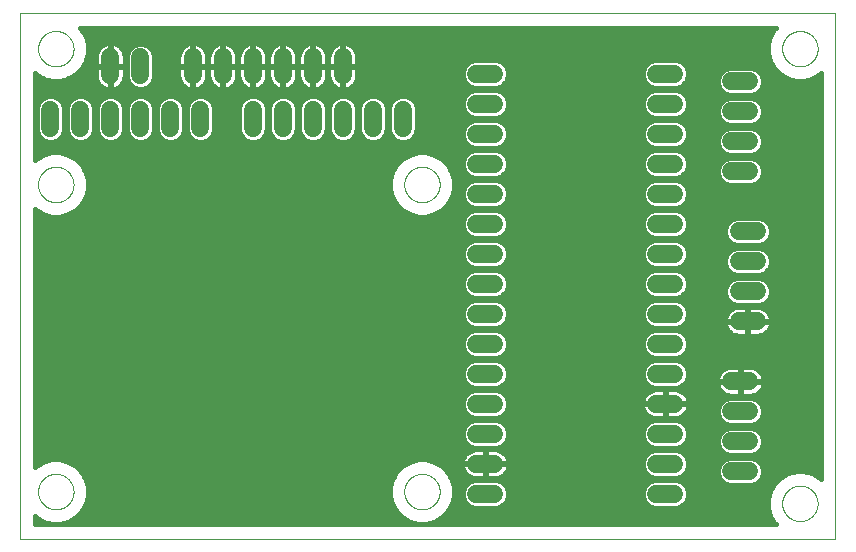
<source format=gtl>
G75*
%MOIN*%
%OFA0B0*%
%FSLAX25Y25*%
%IPPOS*%
%LPD*%
%AMOC8*
5,1,8,0,0,1.08239X$1,22.5*
%
%ADD10C,0.00000*%
%ADD11C,0.06000*%
%ADD12C,0.01600*%
D10*
X0009674Y0009674D02*
X0009674Y0184871D01*
X0281328Y0184871D01*
X0281328Y0009674D01*
X0009674Y0009674D01*
X0015579Y0025422D02*
X0015581Y0025575D01*
X0015587Y0025729D01*
X0015597Y0025882D01*
X0015611Y0026034D01*
X0015629Y0026187D01*
X0015651Y0026338D01*
X0015676Y0026489D01*
X0015706Y0026640D01*
X0015740Y0026790D01*
X0015777Y0026938D01*
X0015818Y0027086D01*
X0015863Y0027232D01*
X0015912Y0027378D01*
X0015965Y0027522D01*
X0016021Y0027664D01*
X0016081Y0027805D01*
X0016145Y0027945D01*
X0016212Y0028083D01*
X0016283Y0028219D01*
X0016358Y0028353D01*
X0016435Y0028485D01*
X0016517Y0028615D01*
X0016601Y0028743D01*
X0016689Y0028869D01*
X0016780Y0028992D01*
X0016874Y0029113D01*
X0016972Y0029231D01*
X0017072Y0029347D01*
X0017176Y0029460D01*
X0017282Y0029571D01*
X0017391Y0029679D01*
X0017503Y0029784D01*
X0017617Y0029885D01*
X0017735Y0029984D01*
X0017854Y0030080D01*
X0017976Y0030173D01*
X0018101Y0030262D01*
X0018228Y0030349D01*
X0018357Y0030431D01*
X0018488Y0030511D01*
X0018621Y0030587D01*
X0018756Y0030660D01*
X0018893Y0030729D01*
X0019032Y0030794D01*
X0019172Y0030856D01*
X0019314Y0030914D01*
X0019457Y0030969D01*
X0019602Y0031020D01*
X0019748Y0031067D01*
X0019895Y0031110D01*
X0020043Y0031149D01*
X0020192Y0031185D01*
X0020342Y0031216D01*
X0020493Y0031244D01*
X0020644Y0031268D01*
X0020797Y0031288D01*
X0020949Y0031304D01*
X0021102Y0031316D01*
X0021255Y0031324D01*
X0021408Y0031328D01*
X0021562Y0031328D01*
X0021715Y0031324D01*
X0021868Y0031316D01*
X0022021Y0031304D01*
X0022173Y0031288D01*
X0022326Y0031268D01*
X0022477Y0031244D01*
X0022628Y0031216D01*
X0022778Y0031185D01*
X0022927Y0031149D01*
X0023075Y0031110D01*
X0023222Y0031067D01*
X0023368Y0031020D01*
X0023513Y0030969D01*
X0023656Y0030914D01*
X0023798Y0030856D01*
X0023938Y0030794D01*
X0024077Y0030729D01*
X0024214Y0030660D01*
X0024349Y0030587D01*
X0024482Y0030511D01*
X0024613Y0030431D01*
X0024742Y0030349D01*
X0024869Y0030262D01*
X0024994Y0030173D01*
X0025116Y0030080D01*
X0025235Y0029984D01*
X0025353Y0029885D01*
X0025467Y0029784D01*
X0025579Y0029679D01*
X0025688Y0029571D01*
X0025794Y0029460D01*
X0025898Y0029347D01*
X0025998Y0029231D01*
X0026096Y0029113D01*
X0026190Y0028992D01*
X0026281Y0028869D01*
X0026369Y0028743D01*
X0026453Y0028615D01*
X0026535Y0028485D01*
X0026612Y0028353D01*
X0026687Y0028219D01*
X0026758Y0028083D01*
X0026825Y0027945D01*
X0026889Y0027805D01*
X0026949Y0027664D01*
X0027005Y0027522D01*
X0027058Y0027378D01*
X0027107Y0027232D01*
X0027152Y0027086D01*
X0027193Y0026938D01*
X0027230Y0026790D01*
X0027264Y0026640D01*
X0027294Y0026489D01*
X0027319Y0026338D01*
X0027341Y0026187D01*
X0027359Y0026034D01*
X0027373Y0025882D01*
X0027383Y0025729D01*
X0027389Y0025575D01*
X0027391Y0025422D01*
X0027389Y0025269D01*
X0027383Y0025115D01*
X0027373Y0024962D01*
X0027359Y0024810D01*
X0027341Y0024657D01*
X0027319Y0024506D01*
X0027294Y0024355D01*
X0027264Y0024204D01*
X0027230Y0024054D01*
X0027193Y0023906D01*
X0027152Y0023758D01*
X0027107Y0023612D01*
X0027058Y0023466D01*
X0027005Y0023322D01*
X0026949Y0023180D01*
X0026889Y0023039D01*
X0026825Y0022899D01*
X0026758Y0022761D01*
X0026687Y0022625D01*
X0026612Y0022491D01*
X0026535Y0022359D01*
X0026453Y0022229D01*
X0026369Y0022101D01*
X0026281Y0021975D01*
X0026190Y0021852D01*
X0026096Y0021731D01*
X0025998Y0021613D01*
X0025898Y0021497D01*
X0025794Y0021384D01*
X0025688Y0021273D01*
X0025579Y0021165D01*
X0025467Y0021060D01*
X0025353Y0020959D01*
X0025235Y0020860D01*
X0025116Y0020764D01*
X0024994Y0020671D01*
X0024869Y0020582D01*
X0024742Y0020495D01*
X0024613Y0020413D01*
X0024482Y0020333D01*
X0024349Y0020257D01*
X0024214Y0020184D01*
X0024077Y0020115D01*
X0023938Y0020050D01*
X0023798Y0019988D01*
X0023656Y0019930D01*
X0023513Y0019875D01*
X0023368Y0019824D01*
X0023222Y0019777D01*
X0023075Y0019734D01*
X0022927Y0019695D01*
X0022778Y0019659D01*
X0022628Y0019628D01*
X0022477Y0019600D01*
X0022326Y0019576D01*
X0022173Y0019556D01*
X0022021Y0019540D01*
X0021868Y0019528D01*
X0021715Y0019520D01*
X0021562Y0019516D01*
X0021408Y0019516D01*
X0021255Y0019520D01*
X0021102Y0019528D01*
X0020949Y0019540D01*
X0020797Y0019556D01*
X0020644Y0019576D01*
X0020493Y0019600D01*
X0020342Y0019628D01*
X0020192Y0019659D01*
X0020043Y0019695D01*
X0019895Y0019734D01*
X0019748Y0019777D01*
X0019602Y0019824D01*
X0019457Y0019875D01*
X0019314Y0019930D01*
X0019172Y0019988D01*
X0019032Y0020050D01*
X0018893Y0020115D01*
X0018756Y0020184D01*
X0018621Y0020257D01*
X0018488Y0020333D01*
X0018357Y0020413D01*
X0018228Y0020495D01*
X0018101Y0020582D01*
X0017976Y0020671D01*
X0017854Y0020764D01*
X0017735Y0020860D01*
X0017617Y0020959D01*
X0017503Y0021060D01*
X0017391Y0021165D01*
X0017282Y0021273D01*
X0017176Y0021384D01*
X0017072Y0021497D01*
X0016972Y0021613D01*
X0016874Y0021731D01*
X0016780Y0021852D01*
X0016689Y0021975D01*
X0016601Y0022101D01*
X0016517Y0022229D01*
X0016435Y0022359D01*
X0016358Y0022491D01*
X0016283Y0022625D01*
X0016212Y0022761D01*
X0016145Y0022899D01*
X0016081Y0023039D01*
X0016021Y0023180D01*
X0015965Y0023322D01*
X0015912Y0023466D01*
X0015863Y0023612D01*
X0015818Y0023758D01*
X0015777Y0023906D01*
X0015740Y0024054D01*
X0015706Y0024204D01*
X0015676Y0024355D01*
X0015651Y0024506D01*
X0015629Y0024657D01*
X0015611Y0024810D01*
X0015597Y0024962D01*
X0015587Y0025115D01*
X0015581Y0025269D01*
X0015579Y0025422D01*
X0137626Y0025422D02*
X0137628Y0025575D01*
X0137634Y0025729D01*
X0137644Y0025882D01*
X0137658Y0026034D01*
X0137676Y0026187D01*
X0137698Y0026338D01*
X0137723Y0026489D01*
X0137753Y0026640D01*
X0137787Y0026790D01*
X0137824Y0026938D01*
X0137865Y0027086D01*
X0137910Y0027232D01*
X0137959Y0027378D01*
X0138012Y0027522D01*
X0138068Y0027664D01*
X0138128Y0027805D01*
X0138192Y0027945D01*
X0138259Y0028083D01*
X0138330Y0028219D01*
X0138405Y0028353D01*
X0138482Y0028485D01*
X0138564Y0028615D01*
X0138648Y0028743D01*
X0138736Y0028869D01*
X0138827Y0028992D01*
X0138921Y0029113D01*
X0139019Y0029231D01*
X0139119Y0029347D01*
X0139223Y0029460D01*
X0139329Y0029571D01*
X0139438Y0029679D01*
X0139550Y0029784D01*
X0139664Y0029885D01*
X0139782Y0029984D01*
X0139901Y0030080D01*
X0140023Y0030173D01*
X0140148Y0030262D01*
X0140275Y0030349D01*
X0140404Y0030431D01*
X0140535Y0030511D01*
X0140668Y0030587D01*
X0140803Y0030660D01*
X0140940Y0030729D01*
X0141079Y0030794D01*
X0141219Y0030856D01*
X0141361Y0030914D01*
X0141504Y0030969D01*
X0141649Y0031020D01*
X0141795Y0031067D01*
X0141942Y0031110D01*
X0142090Y0031149D01*
X0142239Y0031185D01*
X0142389Y0031216D01*
X0142540Y0031244D01*
X0142691Y0031268D01*
X0142844Y0031288D01*
X0142996Y0031304D01*
X0143149Y0031316D01*
X0143302Y0031324D01*
X0143455Y0031328D01*
X0143609Y0031328D01*
X0143762Y0031324D01*
X0143915Y0031316D01*
X0144068Y0031304D01*
X0144220Y0031288D01*
X0144373Y0031268D01*
X0144524Y0031244D01*
X0144675Y0031216D01*
X0144825Y0031185D01*
X0144974Y0031149D01*
X0145122Y0031110D01*
X0145269Y0031067D01*
X0145415Y0031020D01*
X0145560Y0030969D01*
X0145703Y0030914D01*
X0145845Y0030856D01*
X0145985Y0030794D01*
X0146124Y0030729D01*
X0146261Y0030660D01*
X0146396Y0030587D01*
X0146529Y0030511D01*
X0146660Y0030431D01*
X0146789Y0030349D01*
X0146916Y0030262D01*
X0147041Y0030173D01*
X0147163Y0030080D01*
X0147282Y0029984D01*
X0147400Y0029885D01*
X0147514Y0029784D01*
X0147626Y0029679D01*
X0147735Y0029571D01*
X0147841Y0029460D01*
X0147945Y0029347D01*
X0148045Y0029231D01*
X0148143Y0029113D01*
X0148237Y0028992D01*
X0148328Y0028869D01*
X0148416Y0028743D01*
X0148500Y0028615D01*
X0148582Y0028485D01*
X0148659Y0028353D01*
X0148734Y0028219D01*
X0148805Y0028083D01*
X0148872Y0027945D01*
X0148936Y0027805D01*
X0148996Y0027664D01*
X0149052Y0027522D01*
X0149105Y0027378D01*
X0149154Y0027232D01*
X0149199Y0027086D01*
X0149240Y0026938D01*
X0149277Y0026790D01*
X0149311Y0026640D01*
X0149341Y0026489D01*
X0149366Y0026338D01*
X0149388Y0026187D01*
X0149406Y0026034D01*
X0149420Y0025882D01*
X0149430Y0025729D01*
X0149436Y0025575D01*
X0149438Y0025422D01*
X0149436Y0025269D01*
X0149430Y0025115D01*
X0149420Y0024962D01*
X0149406Y0024810D01*
X0149388Y0024657D01*
X0149366Y0024506D01*
X0149341Y0024355D01*
X0149311Y0024204D01*
X0149277Y0024054D01*
X0149240Y0023906D01*
X0149199Y0023758D01*
X0149154Y0023612D01*
X0149105Y0023466D01*
X0149052Y0023322D01*
X0148996Y0023180D01*
X0148936Y0023039D01*
X0148872Y0022899D01*
X0148805Y0022761D01*
X0148734Y0022625D01*
X0148659Y0022491D01*
X0148582Y0022359D01*
X0148500Y0022229D01*
X0148416Y0022101D01*
X0148328Y0021975D01*
X0148237Y0021852D01*
X0148143Y0021731D01*
X0148045Y0021613D01*
X0147945Y0021497D01*
X0147841Y0021384D01*
X0147735Y0021273D01*
X0147626Y0021165D01*
X0147514Y0021060D01*
X0147400Y0020959D01*
X0147282Y0020860D01*
X0147163Y0020764D01*
X0147041Y0020671D01*
X0146916Y0020582D01*
X0146789Y0020495D01*
X0146660Y0020413D01*
X0146529Y0020333D01*
X0146396Y0020257D01*
X0146261Y0020184D01*
X0146124Y0020115D01*
X0145985Y0020050D01*
X0145845Y0019988D01*
X0145703Y0019930D01*
X0145560Y0019875D01*
X0145415Y0019824D01*
X0145269Y0019777D01*
X0145122Y0019734D01*
X0144974Y0019695D01*
X0144825Y0019659D01*
X0144675Y0019628D01*
X0144524Y0019600D01*
X0144373Y0019576D01*
X0144220Y0019556D01*
X0144068Y0019540D01*
X0143915Y0019528D01*
X0143762Y0019520D01*
X0143609Y0019516D01*
X0143455Y0019516D01*
X0143302Y0019520D01*
X0143149Y0019528D01*
X0142996Y0019540D01*
X0142844Y0019556D01*
X0142691Y0019576D01*
X0142540Y0019600D01*
X0142389Y0019628D01*
X0142239Y0019659D01*
X0142090Y0019695D01*
X0141942Y0019734D01*
X0141795Y0019777D01*
X0141649Y0019824D01*
X0141504Y0019875D01*
X0141361Y0019930D01*
X0141219Y0019988D01*
X0141079Y0020050D01*
X0140940Y0020115D01*
X0140803Y0020184D01*
X0140668Y0020257D01*
X0140535Y0020333D01*
X0140404Y0020413D01*
X0140275Y0020495D01*
X0140148Y0020582D01*
X0140023Y0020671D01*
X0139901Y0020764D01*
X0139782Y0020860D01*
X0139664Y0020959D01*
X0139550Y0021060D01*
X0139438Y0021165D01*
X0139329Y0021273D01*
X0139223Y0021384D01*
X0139119Y0021497D01*
X0139019Y0021613D01*
X0138921Y0021731D01*
X0138827Y0021852D01*
X0138736Y0021975D01*
X0138648Y0022101D01*
X0138564Y0022229D01*
X0138482Y0022359D01*
X0138405Y0022491D01*
X0138330Y0022625D01*
X0138259Y0022761D01*
X0138192Y0022899D01*
X0138128Y0023039D01*
X0138068Y0023180D01*
X0138012Y0023322D01*
X0137959Y0023466D01*
X0137910Y0023612D01*
X0137865Y0023758D01*
X0137824Y0023906D01*
X0137787Y0024054D01*
X0137753Y0024204D01*
X0137723Y0024355D01*
X0137698Y0024506D01*
X0137676Y0024657D01*
X0137658Y0024810D01*
X0137644Y0024962D01*
X0137634Y0025115D01*
X0137628Y0025269D01*
X0137626Y0025422D01*
X0263611Y0021485D02*
X0263613Y0021638D01*
X0263619Y0021792D01*
X0263629Y0021945D01*
X0263643Y0022097D01*
X0263661Y0022250D01*
X0263683Y0022401D01*
X0263708Y0022552D01*
X0263738Y0022703D01*
X0263772Y0022853D01*
X0263809Y0023001D01*
X0263850Y0023149D01*
X0263895Y0023295D01*
X0263944Y0023441D01*
X0263997Y0023585D01*
X0264053Y0023727D01*
X0264113Y0023868D01*
X0264177Y0024008D01*
X0264244Y0024146D01*
X0264315Y0024282D01*
X0264390Y0024416D01*
X0264467Y0024548D01*
X0264549Y0024678D01*
X0264633Y0024806D01*
X0264721Y0024932D01*
X0264812Y0025055D01*
X0264906Y0025176D01*
X0265004Y0025294D01*
X0265104Y0025410D01*
X0265208Y0025523D01*
X0265314Y0025634D01*
X0265423Y0025742D01*
X0265535Y0025847D01*
X0265649Y0025948D01*
X0265767Y0026047D01*
X0265886Y0026143D01*
X0266008Y0026236D01*
X0266133Y0026325D01*
X0266260Y0026412D01*
X0266389Y0026494D01*
X0266520Y0026574D01*
X0266653Y0026650D01*
X0266788Y0026723D01*
X0266925Y0026792D01*
X0267064Y0026857D01*
X0267204Y0026919D01*
X0267346Y0026977D01*
X0267489Y0027032D01*
X0267634Y0027083D01*
X0267780Y0027130D01*
X0267927Y0027173D01*
X0268075Y0027212D01*
X0268224Y0027248D01*
X0268374Y0027279D01*
X0268525Y0027307D01*
X0268676Y0027331D01*
X0268829Y0027351D01*
X0268981Y0027367D01*
X0269134Y0027379D01*
X0269287Y0027387D01*
X0269440Y0027391D01*
X0269594Y0027391D01*
X0269747Y0027387D01*
X0269900Y0027379D01*
X0270053Y0027367D01*
X0270205Y0027351D01*
X0270358Y0027331D01*
X0270509Y0027307D01*
X0270660Y0027279D01*
X0270810Y0027248D01*
X0270959Y0027212D01*
X0271107Y0027173D01*
X0271254Y0027130D01*
X0271400Y0027083D01*
X0271545Y0027032D01*
X0271688Y0026977D01*
X0271830Y0026919D01*
X0271970Y0026857D01*
X0272109Y0026792D01*
X0272246Y0026723D01*
X0272381Y0026650D01*
X0272514Y0026574D01*
X0272645Y0026494D01*
X0272774Y0026412D01*
X0272901Y0026325D01*
X0273026Y0026236D01*
X0273148Y0026143D01*
X0273267Y0026047D01*
X0273385Y0025948D01*
X0273499Y0025847D01*
X0273611Y0025742D01*
X0273720Y0025634D01*
X0273826Y0025523D01*
X0273930Y0025410D01*
X0274030Y0025294D01*
X0274128Y0025176D01*
X0274222Y0025055D01*
X0274313Y0024932D01*
X0274401Y0024806D01*
X0274485Y0024678D01*
X0274567Y0024548D01*
X0274644Y0024416D01*
X0274719Y0024282D01*
X0274790Y0024146D01*
X0274857Y0024008D01*
X0274921Y0023868D01*
X0274981Y0023727D01*
X0275037Y0023585D01*
X0275090Y0023441D01*
X0275139Y0023295D01*
X0275184Y0023149D01*
X0275225Y0023001D01*
X0275262Y0022853D01*
X0275296Y0022703D01*
X0275326Y0022552D01*
X0275351Y0022401D01*
X0275373Y0022250D01*
X0275391Y0022097D01*
X0275405Y0021945D01*
X0275415Y0021792D01*
X0275421Y0021638D01*
X0275423Y0021485D01*
X0275421Y0021332D01*
X0275415Y0021178D01*
X0275405Y0021025D01*
X0275391Y0020873D01*
X0275373Y0020720D01*
X0275351Y0020569D01*
X0275326Y0020418D01*
X0275296Y0020267D01*
X0275262Y0020117D01*
X0275225Y0019969D01*
X0275184Y0019821D01*
X0275139Y0019675D01*
X0275090Y0019529D01*
X0275037Y0019385D01*
X0274981Y0019243D01*
X0274921Y0019102D01*
X0274857Y0018962D01*
X0274790Y0018824D01*
X0274719Y0018688D01*
X0274644Y0018554D01*
X0274567Y0018422D01*
X0274485Y0018292D01*
X0274401Y0018164D01*
X0274313Y0018038D01*
X0274222Y0017915D01*
X0274128Y0017794D01*
X0274030Y0017676D01*
X0273930Y0017560D01*
X0273826Y0017447D01*
X0273720Y0017336D01*
X0273611Y0017228D01*
X0273499Y0017123D01*
X0273385Y0017022D01*
X0273267Y0016923D01*
X0273148Y0016827D01*
X0273026Y0016734D01*
X0272901Y0016645D01*
X0272774Y0016558D01*
X0272645Y0016476D01*
X0272514Y0016396D01*
X0272381Y0016320D01*
X0272246Y0016247D01*
X0272109Y0016178D01*
X0271970Y0016113D01*
X0271830Y0016051D01*
X0271688Y0015993D01*
X0271545Y0015938D01*
X0271400Y0015887D01*
X0271254Y0015840D01*
X0271107Y0015797D01*
X0270959Y0015758D01*
X0270810Y0015722D01*
X0270660Y0015691D01*
X0270509Y0015663D01*
X0270358Y0015639D01*
X0270205Y0015619D01*
X0270053Y0015603D01*
X0269900Y0015591D01*
X0269747Y0015583D01*
X0269594Y0015579D01*
X0269440Y0015579D01*
X0269287Y0015583D01*
X0269134Y0015591D01*
X0268981Y0015603D01*
X0268829Y0015619D01*
X0268676Y0015639D01*
X0268525Y0015663D01*
X0268374Y0015691D01*
X0268224Y0015722D01*
X0268075Y0015758D01*
X0267927Y0015797D01*
X0267780Y0015840D01*
X0267634Y0015887D01*
X0267489Y0015938D01*
X0267346Y0015993D01*
X0267204Y0016051D01*
X0267064Y0016113D01*
X0266925Y0016178D01*
X0266788Y0016247D01*
X0266653Y0016320D01*
X0266520Y0016396D01*
X0266389Y0016476D01*
X0266260Y0016558D01*
X0266133Y0016645D01*
X0266008Y0016734D01*
X0265886Y0016827D01*
X0265767Y0016923D01*
X0265649Y0017022D01*
X0265535Y0017123D01*
X0265423Y0017228D01*
X0265314Y0017336D01*
X0265208Y0017447D01*
X0265104Y0017560D01*
X0265004Y0017676D01*
X0264906Y0017794D01*
X0264812Y0017915D01*
X0264721Y0018038D01*
X0264633Y0018164D01*
X0264549Y0018292D01*
X0264467Y0018422D01*
X0264390Y0018554D01*
X0264315Y0018688D01*
X0264244Y0018824D01*
X0264177Y0018962D01*
X0264113Y0019102D01*
X0264053Y0019243D01*
X0263997Y0019385D01*
X0263944Y0019529D01*
X0263895Y0019675D01*
X0263850Y0019821D01*
X0263809Y0019969D01*
X0263772Y0020117D01*
X0263738Y0020267D01*
X0263708Y0020418D01*
X0263683Y0020569D01*
X0263661Y0020720D01*
X0263643Y0020873D01*
X0263629Y0021025D01*
X0263619Y0021178D01*
X0263613Y0021332D01*
X0263611Y0021485D01*
X0137626Y0127784D02*
X0137628Y0127937D01*
X0137634Y0128091D01*
X0137644Y0128244D01*
X0137658Y0128396D01*
X0137676Y0128549D01*
X0137698Y0128700D01*
X0137723Y0128851D01*
X0137753Y0129002D01*
X0137787Y0129152D01*
X0137824Y0129300D01*
X0137865Y0129448D01*
X0137910Y0129594D01*
X0137959Y0129740D01*
X0138012Y0129884D01*
X0138068Y0130026D01*
X0138128Y0130167D01*
X0138192Y0130307D01*
X0138259Y0130445D01*
X0138330Y0130581D01*
X0138405Y0130715D01*
X0138482Y0130847D01*
X0138564Y0130977D01*
X0138648Y0131105D01*
X0138736Y0131231D01*
X0138827Y0131354D01*
X0138921Y0131475D01*
X0139019Y0131593D01*
X0139119Y0131709D01*
X0139223Y0131822D01*
X0139329Y0131933D01*
X0139438Y0132041D01*
X0139550Y0132146D01*
X0139664Y0132247D01*
X0139782Y0132346D01*
X0139901Y0132442D01*
X0140023Y0132535D01*
X0140148Y0132624D01*
X0140275Y0132711D01*
X0140404Y0132793D01*
X0140535Y0132873D01*
X0140668Y0132949D01*
X0140803Y0133022D01*
X0140940Y0133091D01*
X0141079Y0133156D01*
X0141219Y0133218D01*
X0141361Y0133276D01*
X0141504Y0133331D01*
X0141649Y0133382D01*
X0141795Y0133429D01*
X0141942Y0133472D01*
X0142090Y0133511D01*
X0142239Y0133547D01*
X0142389Y0133578D01*
X0142540Y0133606D01*
X0142691Y0133630D01*
X0142844Y0133650D01*
X0142996Y0133666D01*
X0143149Y0133678D01*
X0143302Y0133686D01*
X0143455Y0133690D01*
X0143609Y0133690D01*
X0143762Y0133686D01*
X0143915Y0133678D01*
X0144068Y0133666D01*
X0144220Y0133650D01*
X0144373Y0133630D01*
X0144524Y0133606D01*
X0144675Y0133578D01*
X0144825Y0133547D01*
X0144974Y0133511D01*
X0145122Y0133472D01*
X0145269Y0133429D01*
X0145415Y0133382D01*
X0145560Y0133331D01*
X0145703Y0133276D01*
X0145845Y0133218D01*
X0145985Y0133156D01*
X0146124Y0133091D01*
X0146261Y0133022D01*
X0146396Y0132949D01*
X0146529Y0132873D01*
X0146660Y0132793D01*
X0146789Y0132711D01*
X0146916Y0132624D01*
X0147041Y0132535D01*
X0147163Y0132442D01*
X0147282Y0132346D01*
X0147400Y0132247D01*
X0147514Y0132146D01*
X0147626Y0132041D01*
X0147735Y0131933D01*
X0147841Y0131822D01*
X0147945Y0131709D01*
X0148045Y0131593D01*
X0148143Y0131475D01*
X0148237Y0131354D01*
X0148328Y0131231D01*
X0148416Y0131105D01*
X0148500Y0130977D01*
X0148582Y0130847D01*
X0148659Y0130715D01*
X0148734Y0130581D01*
X0148805Y0130445D01*
X0148872Y0130307D01*
X0148936Y0130167D01*
X0148996Y0130026D01*
X0149052Y0129884D01*
X0149105Y0129740D01*
X0149154Y0129594D01*
X0149199Y0129448D01*
X0149240Y0129300D01*
X0149277Y0129152D01*
X0149311Y0129002D01*
X0149341Y0128851D01*
X0149366Y0128700D01*
X0149388Y0128549D01*
X0149406Y0128396D01*
X0149420Y0128244D01*
X0149430Y0128091D01*
X0149436Y0127937D01*
X0149438Y0127784D01*
X0149436Y0127631D01*
X0149430Y0127477D01*
X0149420Y0127324D01*
X0149406Y0127172D01*
X0149388Y0127019D01*
X0149366Y0126868D01*
X0149341Y0126717D01*
X0149311Y0126566D01*
X0149277Y0126416D01*
X0149240Y0126268D01*
X0149199Y0126120D01*
X0149154Y0125974D01*
X0149105Y0125828D01*
X0149052Y0125684D01*
X0148996Y0125542D01*
X0148936Y0125401D01*
X0148872Y0125261D01*
X0148805Y0125123D01*
X0148734Y0124987D01*
X0148659Y0124853D01*
X0148582Y0124721D01*
X0148500Y0124591D01*
X0148416Y0124463D01*
X0148328Y0124337D01*
X0148237Y0124214D01*
X0148143Y0124093D01*
X0148045Y0123975D01*
X0147945Y0123859D01*
X0147841Y0123746D01*
X0147735Y0123635D01*
X0147626Y0123527D01*
X0147514Y0123422D01*
X0147400Y0123321D01*
X0147282Y0123222D01*
X0147163Y0123126D01*
X0147041Y0123033D01*
X0146916Y0122944D01*
X0146789Y0122857D01*
X0146660Y0122775D01*
X0146529Y0122695D01*
X0146396Y0122619D01*
X0146261Y0122546D01*
X0146124Y0122477D01*
X0145985Y0122412D01*
X0145845Y0122350D01*
X0145703Y0122292D01*
X0145560Y0122237D01*
X0145415Y0122186D01*
X0145269Y0122139D01*
X0145122Y0122096D01*
X0144974Y0122057D01*
X0144825Y0122021D01*
X0144675Y0121990D01*
X0144524Y0121962D01*
X0144373Y0121938D01*
X0144220Y0121918D01*
X0144068Y0121902D01*
X0143915Y0121890D01*
X0143762Y0121882D01*
X0143609Y0121878D01*
X0143455Y0121878D01*
X0143302Y0121882D01*
X0143149Y0121890D01*
X0142996Y0121902D01*
X0142844Y0121918D01*
X0142691Y0121938D01*
X0142540Y0121962D01*
X0142389Y0121990D01*
X0142239Y0122021D01*
X0142090Y0122057D01*
X0141942Y0122096D01*
X0141795Y0122139D01*
X0141649Y0122186D01*
X0141504Y0122237D01*
X0141361Y0122292D01*
X0141219Y0122350D01*
X0141079Y0122412D01*
X0140940Y0122477D01*
X0140803Y0122546D01*
X0140668Y0122619D01*
X0140535Y0122695D01*
X0140404Y0122775D01*
X0140275Y0122857D01*
X0140148Y0122944D01*
X0140023Y0123033D01*
X0139901Y0123126D01*
X0139782Y0123222D01*
X0139664Y0123321D01*
X0139550Y0123422D01*
X0139438Y0123527D01*
X0139329Y0123635D01*
X0139223Y0123746D01*
X0139119Y0123859D01*
X0139019Y0123975D01*
X0138921Y0124093D01*
X0138827Y0124214D01*
X0138736Y0124337D01*
X0138648Y0124463D01*
X0138564Y0124591D01*
X0138482Y0124721D01*
X0138405Y0124853D01*
X0138330Y0124987D01*
X0138259Y0125123D01*
X0138192Y0125261D01*
X0138128Y0125401D01*
X0138068Y0125542D01*
X0138012Y0125684D01*
X0137959Y0125828D01*
X0137910Y0125974D01*
X0137865Y0126120D01*
X0137824Y0126268D01*
X0137787Y0126416D01*
X0137753Y0126566D01*
X0137723Y0126717D01*
X0137698Y0126868D01*
X0137676Y0127019D01*
X0137658Y0127172D01*
X0137644Y0127324D01*
X0137634Y0127477D01*
X0137628Y0127631D01*
X0137626Y0127784D01*
X0015579Y0127784D02*
X0015581Y0127937D01*
X0015587Y0128091D01*
X0015597Y0128244D01*
X0015611Y0128396D01*
X0015629Y0128549D01*
X0015651Y0128700D01*
X0015676Y0128851D01*
X0015706Y0129002D01*
X0015740Y0129152D01*
X0015777Y0129300D01*
X0015818Y0129448D01*
X0015863Y0129594D01*
X0015912Y0129740D01*
X0015965Y0129884D01*
X0016021Y0130026D01*
X0016081Y0130167D01*
X0016145Y0130307D01*
X0016212Y0130445D01*
X0016283Y0130581D01*
X0016358Y0130715D01*
X0016435Y0130847D01*
X0016517Y0130977D01*
X0016601Y0131105D01*
X0016689Y0131231D01*
X0016780Y0131354D01*
X0016874Y0131475D01*
X0016972Y0131593D01*
X0017072Y0131709D01*
X0017176Y0131822D01*
X0017282Y0131933D01*
X0017391Y0132041D01*
X0017503Y0132146D01*
X0017617Y0132247D01*
X0017735Y0132346D01*
X0017854Y0132442D01*
X0017976Y0132535D01*
X0018101Y0132624D01*
X0018228Y0132711D01*
X0018357Y0132793D01*
X0018488Y0132873D01*
X0018621Y0132949D01*
X0018756Y0133022D01*
X0018893Y0133091D01*
X0019032Y0133156D01*
X0019172Y0133218D01*
X0019314Y0133276D01*
X0019457Y0133331D01*
X0019602Y0133382D01*
X0019748Y0133429D01*
X0019895Y0133472D01*
X0020043Y0133511D01*
X0020192Y0133547D01*
X0020342Y0133578D01*
X0020493Y0133606D01*
X0020644Y0133630D01*
X0020797Y0133650D01*
X0020949Y0133666D01*
X0021102Y0133678D01*
X0021255Y0133686D01*
X0021408Y0133690D01*
X0021562Y0133690D01*
X0021715Y0133686D01*
X0021868Y0133678D01*
X0022021Y0133666D01*
X0022173Y0133650D01*
X0022326Y0133630D01*
X0022477Y0133606D01*
X0022628Y0133578D01*
X0022778Y0133547D01*
X0022927Y0133511D01*
X0023075Y0133472D01*
X0023222Y0133429D01*
X0023368Y0133382D01*
X0023513Y0133331D01*
X0023656Y0133276D01*
X0023798Y0133218D01*
X0023938Y0133156D01*
X0024077Y0133091D01*
X0024214Y0133022D01*
X0024349Y0132949D01*
X0024482Y0132873D01*
X0024613Y0132793D01*
X0024742Y0132711D01*
X0024869Y0132624D01*
X0024994Y0132535D01*
X0025116Y0132442D01*
X0025235Y0132346D01*
X0025353Y0132247D01*
X0025467Y0132146D01*
X0025579Y0132041D01*
X0025688Y0131933D01*
X0025794Y0131822D01*
X0025898Y0131709D01*
X0025998Y0131593D01*
X0026096Y0131475D01*
X0026190Y0131354D01*
X0026281Y0131231D01*
X0026369Y0131105D01*
X0026453Y0130977D01*
X0026535Y0130847D01*
X0026612Y0130715D01*
X0026687Y0130581D01*
X0026758Y0130445D01*
X0026825Y0130307D01*
X0026889Y0130167D01*
X0026949Y0130026D01*
X0027005Y0129884D01*
X0027058Y0129740D01*
X0027107Y0129594D01*
X0027152Y0129448D01*
X0027193Y0129300D01*
X0027230Y0129152D01*
X0027264Y0129002D01*
X0027294Y0128851D01*
X0027319Y0128700D01*
X0027341Y0128549D01*
X0027359Y0128396D01*
X0027373Y0128244D01*
X0027383Y0128091D01*
X0027389Y0127937D01*
X0027391Y0127784D01*
X0027389Y0127631D01*
X0027383Y0127477D01*
X0027373Y0127324D01*
X0027359Y0127172D01*
X0027341Y0127019D01*
X0027319Y0126868D01*
X0027294Y0126717D01*
X0027264Y0126566D01*
X0027230Y0126416D01*
X0027193Y0126268D01*
X0027152Y0126120D01*
X0027107Y0125974D01*
X0027058Y0125828D01*
X0027005Y0125684D01*
X0026949Y0125542D01*
X0026889Y0125401D01*
X0026825Y0125261D01*
X0026758Y0125123D01*
X0026687Y0124987D01*
X0026612Y0124853D01*
X0026535Y0124721D01*
X0026453Y0124591D01*
X0026369Y0124463D01*
X0026281Y0124337D01*
X0026190Y0124214D01*
X0026096Y0124093D01*
X0025998Y0123975D01*
X0025898Y0123859D01*
X0025794Y0123746D01*
X0025688Y0123635D01*
X0025579Y0123527D01*
X0025467Y0123422D01*
X0025353Y0123321D01*
X0025235Y0123222D01*
X0025116Y0123126D01*
X0024994Y0123033D01*
X0024869Y0122944D01*
X0024742Y0122857D01*
X0024613Y0122775D01*
X0024482Y0122695D01*
X0024349Y0122619D01*
X0024214Y0122546D01*
X0024077Y0122477D01*
X0023938Y0122412D01*
X0023798Y0122350D01*
X0023656Y0122292D01*
X0023513Y0122237D01*
X0023368Y0122186D01*
X0023222Y0122139D01*
X0023075Y0122096D01*
X0022927Y0122057D01*
X0022778Y0122021D01*
X0022628Y0121990D01*
X0022477Y0121962D01*
X0022326Y0121938D01*
X0022173Y0121918D01*
X0022021Y0121902D01*
X0021868Y0121890D01*
X0021715Y0121882D01*
X0021562Y0121878D01*
X0021408Y0121878D01*
X0021255Y0121882D01*
X0021102Y0121890D01*
X0020949Y0121902D01*
X0020797Y0121918D01*
X0020644Y0121938D01*
X0020493Y0121962D01*
X0020342Y0121990D01*
X0020192Y0122021D01*
X0020043Y0122057D01*
X0019895Y0122096D01*
X0019748Y0122139D01*
X0019602Y0122186D01*
X0019457Y0122237D01*
X0019314Y0122292D01*
X0019172Y0122350D01*
X0019032Y0122412D01*
X0018893Y0122477D01*
X0018756Y0122546D01*
X0018621Y0122619D01*
X0018488Y0122695D01*
X0018357Y0122775D01*
X0018228Y0122857D01*
X0018101Y0122944D01*
X0017976Y0123033D01*
X0017854Y0123126D01*
X0017735Y0123222D01*
X0017617Y0123321D01*
X0017503Y0123422D01*
X0017391Y0123527D01*
X0017282Y0123635D01*
X0017176Y0123746D01*
X0017072Y0123859D01*
X0016972Y0123975D01*
X0016874Y0124093D01*
X0016780Y0124214D01*
X0016689Y0124337D01*
X0016601Y0124463D01*
X0016517Y0124591D01*
X0016435Y0124721D01*
X0016358Y0124853D01*
X0016283Y0124987D01*
X0016212Y0125123D01*
X0016145Y0125261D01*
X0016081Y0125401D01*
X0016021Y0125542D01*
X0015965Y0125684D01*
X0015912Y0125828D01*
X0015863Y0125974D01*
X0015818Y0126120D01*
X0015777Y0126268D01*
X0015740Y0126416D01*
X0015706Y0126566D01*
X0015676Y0126717D01*
X0015651Y0126868D01*
X0015629Y0127019D01*
X0015611Y0127172D01*
X0015597Y0127324D01*
X0015587Y0127477D01*
X0015581Y0127631D01*
X0015579Y0127784D01*
X0015579Y0173060D02*
X0015581Y0173213D01*
X0015587Y0173367D01*
X0015597Y0173520D01*
X0015611Y0173672D01*
X0015629Y0173825D01*
X0015651Y0173976D01*
X0015676Y0174127D01*
X0015706Y0174278D01*
X0015740Y0174428D01*
X0015777Y0174576D01*
X0015818Y0174724D01*
X0015863Y0174870D01*
X0015912Y0175016D01*
X0015965Y0175160D01*
X0016021Y0175302D01*
X0016081Y0175443D01*
X0016145Y0175583D01*
X0016212Y0175721D01*
X0016283Y0175857D01*
X0016358Y0175991D01*
X0016435Y0176123D01*
X0016517Y0176253D01*
X0016601Y0176381D01*
X0016689Y0176507D01*
X0016780Y0176630D01*
X0016874Y0176751D01*
X0016972Y0176869D01*
X0017072Y0176985D01*
X0017176Y0177098D01*
X0017282Y0177209D01*
X0017391Y0177317D01*
X0017503Y0177422D01*
X0017617Y0177523D01*
X0017735Y0177622D01*
X0017854Y0177718D01*
X0017976Y0177811D01*
X0018101Y0177900D01*
X0018228Y0177987D01*
X0018357Y0178069D01*
X0018488Y0178149D01*
X0018621Y0178225D01*
X0018756Y0178298D01*
X0018893Y0178367D01*
X0019032Y0178432D01*
X0019172Y0178494D01*
X0019314Y0178552D01*
X0019457Y0178607D01*
X0019602Y0178658D01*
X0019748Y0178705D01*
X0019895Y0178748D01*
X0020043Y0178787D01*
X0020192Y0178823D01*
X0020342Y0178854D01*
X0020493Y0178882D01*
X0020644Y0178906D01*
X0020797Y0178926D01*
X0020949Y0178942D01*
X0021102Y0178954D01*
X0021255Y0178962D01*
X0021408Y0178966D01*
X0021562Y0178966D01*
X0021715Y0178962D01*
X0021868Y0178954D01*
X0022021Y0178942D01*
X0022173Y0178926D01*
X0022326Y0178906D01*
X0022477Y0178882D01*
X0022628Y0178854D01*
X0022778Y0178823D01*
X0022927Y0178787D01*
X0023075Y0178748D01*
X0023222Y0178705D01*
X0023368Y0178658D01*
X0023513Y0178607D01*
X0023656Y0178552D01*
X0023798Y0178494D01*
X0023938Y0178432D01*
X0024077Y0178367D01*
X0024214Y0178298D01*
X0024349Y0178225D01*
X0024482Y0178149D01*
X0024613Y0178069D01*
X0024742Y0177987D01*
X0024869Y0177900D01*
X0024994Y0177811D01*
X0025116Y0177718D01*
X0025235Y0177622D01*
X0025353Y0177523D01*
X0025467Y0177422D01*
X0025579Y0177317D01*
X0025688Y0177209D01*
X0025794Y0177098D01*
X0025898Y0176985D01*
X0025998Y0176869D01*
X0026096Y0176751D01*
X0026190Y0176630D01*
X0026281Y0176507D01*
X0026369Y0176381D01*
X0026453Y0176253D01*
X0026535Y0176123D01*
X0026612Y0175991D01*
X0026687Y0175857D01*
X0026758Y0175721D01*
X0026825Y0175583D01*
X0026889Y0175443D01*
X0026949Y0175302D01*
X0027005Y0175160D01*
X0027058Y0175016D01*
X0027107Y0174870D01*
X0027152Y0174724D01*
X0027193Y0174576D01*
X0027230Y0174428D01*
X0027264Y0174278D01*
X0027294Y0174127D01*
X0027319Y0173976D01*
X0027341Y0173825D01*
X0027359Y0173672D01*
X0027373Y0173520D01*
X0027383Y0173367D01*
X0027389Y0173213D01*
X0027391Y0173060D01*
X0027389Y0172907D01*
X0027383Y0172753D01*
X0027373Y0172600D01*
X0027359Y0172448D01*
X0027341Y0172295D01*
X0027319Y0172144D01*
X0027294Y0171993D01*
X0027264Y0171842D01*
X0027230Y0171692D01*
X0027193Y0171544D01*
X0027152Y0171396D01*
X0027107Y0171250D01*
X0027058Y0171104D01*
X0027005Y0170960D01*
X0026949Y0170818D01*
X0026889Y0170677D01*
X0026825Y0170537D01*
X0026758Y0170399D01*
X0026687Y0170263D01*
X0026612Y0170129D01*
X0026535Y0169997D01*
X0026453Y0169867D01*
X0026369Y0169739D01*
X0026281Y0169613D01*
X0026190Y0169490D01*
X0026096Y0169369D01*
X0025998Y0169251D01*
X0025898Y0169135D01*
X0025794Y0169022D01*
X0025688Y0168911D01*
X0025579Y0168803D01*
X0025467Y0168698D01*
X0025353Y0168597D01*
X0025235Y0168498D01*
X0025116Y0168402D01*
X0024994Y0168309D01*
X0024869Y0168220D01*
X0024742Y0168133D01*
X0024613Y0168051D01*
X0024482Y0167971D01*
X0024349Y0167895D01*
X0024214Y0167822D01*
X0024077Y0167753D01*
X0023938Y0167688D01*
X0023798Y0167626D01*
X0023656Y0167568D01*
X0023513Y0167513D01*
X0023368Y0167462D01*
X0023222Y0167415D01*
X0023075Y0167372D01*
X0022927Y0167333D01*
X0022778Y0167297D01*
X0022628Y0167266D01*
X0022477Y0167238D01*
X0022326Y0167214D01*
X0022173Y0167194D01*
X0022021Y0167178D01*
X0021868Y0167166D01*
X0021715Y0167158D01*
X0021562Y0167154D01*
X0021408Y0167154D01*
X0021255Y0167158D01*
X0021102Y0167166D01*
X0020949Y0167178D01*
X0020797Y0167194D01*
X0020644Y0167214D01*
X0020493Y0167238D01*
X0020342Y0167266D01*
X0020192Y0167297D01*
X0020043Y0167333D01*
X0019895Y0167372D01*
X0019748Y0167415D01*
X0019602Y0167462D01*
X0019457Y0167513D01*
X0019314Y0167568D01*
X0019172Y0167626D01*
X0019032Y0167688D01*
X0018893Y0167753D01*
X0018756Y0167822D01*
X0018621Y0167895D01*
X0018488Y0167971D01*
X0018357Y0168051D01*
X0018228Y0168133D01*
X0018101Y0168220D01*
X0017976Y0168309D01*
X0017854Y0168402D01*
X0017735Y0168498D01*
X0017617Y0168597D01*
X0017503Y0168698D01*
X0017391Y0168803D01*
X0017282Y0168911D01*
X0017176Y0169022D01*
X0017072Y0169135D01*
X0016972Y0169251D01*
X0016874Y0169369D01*
X0016780Y0169490D01*
X0016689Y0169613D01*
X0016601Y0169739D01*
X0016517Y0169867D01*
X0016435Y0169997D01*
X0016358Y0170129D01*
X0016283Y0170263D01*
X0016212Y0170399D01*
X0016145Y0170537D01*
X0016081Y0170677D01*
X0016021Y0170818D01*
X0015965Y0170960D01*
X0015912Y0171104D01*
X0015863Y0171250D01*
X0015818Y0171396D01*
X0015777Y0171544D01*
X0015740Y0171692D01*
X0015706Y0171842D01*
X0015676Y0171993D01*
X0015651Y0172144D01*
X0015629Y0172295D01*
X0015611Y0172448D01*
X0015597Y0172600D01*
X0015587Y0172753D01*
X0015581Y0172907D01*
X0015579Y0173060D01*
X0263611Y0173060D02*
X0263613Y0173213D01*
X0263619Y0173367D01*
X0263629Y0173520D01*
X0263643Y0173672D01*
X0263661Y0173825D01*
X0263683Y0173976D01*
X0263708Y0174127D01*
X0263738Y0174278D01*
X0263772Y0174428D01*
X0263809Y0174576D01*
X0263850Y0174724D01*
X0263895Y0174870D01*
X0263944Y0175016D01*
X0263997Y0175160D01*
X0264053Y0175302D01*
X0264113Y0175443D01*
X0264177Y0175583D01*
X0264244Y0175721D01*
X0264315Y0175857D01*
X0264390Y0175991D01*
X0264467Y0176123D01*
X0264549Y0176253D01*
X0264633Y0176381D01*
X0264721Y0176507D01*
X0264812Y0176630D01*
X0264906Y0176751D01*
X0265004Y0176869D01*
X0265104Y0176985D01*
X0265208Y0177098D01*
X0265314Y0177209D01*
X0265423Y0177317D01*
X0265535Y0177422D01*
X0265649Y0177523D01*
X0265767Y0177622D01*
X0265886Y0177718D01*
X0266008Y0177811D01*
X0266133Y0177900D01*
X0266260Y0177987D01*
X0266389Y0178069D01*
X0266520Y0178149D01*
X0266653Y0178225D01*
X0266788Y0178298D01*
X0266925Y0178367D01*
X0267064Y0178432D01*
X0267204Y0178494D01*
X0267346Y0178552D01*
X0267489Y0178607D01*
X0267634Y0178658D01*
X0267780Y0178705D01*
X0267927Y0178748D01*
X0268075Y0178787D01*
X0268224Y0178823D01*
X0268374Y0178854D01*
X0268525Y0178882D01*
X0268676Y0178906D01*
X0268829Y0178926D01*
X0268981Y0178942D01*
X0269134Y0178954D01*
X0269287Y0178962D01*
X0269440Y0178966D01*
X0269594Y0178966D01*
X0269747Y0178962D01*
X0269900Y0178954D01*
X0270053Y0178942D01*
X0270205Y0178926D01*
X0270358Y0178906D01*
X0270509Y0178882D01*
X0270660Y0178854D01*
X0270810Y0178823D01*
X0270959Y0178787D01*
X0271107Y0178748D01*
X0271254Y0178705D01*
X0271400Y0178658D01*
X0271545Y0178607D01*
X0271688Y0178552D01*
X0271830Y0178494D01*
X0271970Y0178432D01*
X0272109Y0178367D01*
X0272246Y0178298D01*
X0272381Y0178225D01*
X0272514Y0178149D01*
X0272645Y0178069D01*
X0272774Y0177987D01*
X0272901Y0177900D01*
X0273026Y0177811D01*
X0273148Y0177718D01*
X0273267Y0177622D01*
X0273385Y0177523D01*
X0273499Y0177422D01*
X0273611Y0177317D01*
X0273720Y0177209D01*
X0273826Y0177098D01*
X0273930Y0176985D01*
X0274030Y0176869D01*
X0274128Y0176751D01*
X0274222Y0176630D01*
X0274313Y0176507D01*
X0274401Y0176381D01*
X0274485Y0176253D01*
X0274567Y0176123D01*
X0274644Y0175991D01*
X0274719Y0175857D01*
X0274790Y0175721D01*
X0274857Y0175583D01*
X0274921Y0175443D01*
X0274981Y0175302D01*
X0275037Y0175160D01*
X0275090Y0175016D01*
X0275139Y0174870D01*
X0275184Y0174724D01*
X0275225Y0174576D01*
X0275262Y0174428D01*
X0275296Y0174278D01*
X0275326Y0174127D01*
X0275351Y0173976D01*
X0275373Y0173825D01*
X0275391Y0173672D01*
X0275405Y0173520D01*
X0275415Y0173367D01*
X0275421Y0173213D01*
X0275423Y0173060D01*
X0275421Y0172907D01*
X0275415Y0172753D01*
X0275405Y0172600D01*
X0275391Y0172448D01*
X0275373Y0172295D01*
X0275351Y0172144D01*
X0275326Y0171993D01*
X0275296Y0171842D01*
X0275262Y0171692D01*
X0275225Y0171544D01*
X0275184Y0171396D01*
X0275139Y0171250D01*
X0275090Y0171104D01*
X0275037Y0170960D01*
X0274981Y0170818D01*
X0274921Y0170677D01*
X0274857Y0170537D01*
X0274790Y0170399D01*
X0274719Y0170263D01*
X0274644Y0170129D01*
X0274567Y0169997D01*
X0274485Y0169867D01*
X0274401Y0169739D01*
X0274313Y0169613D01*
X0274222Y0169490D01*
X0274128Y0169369D01*
X0274030Y0169251D01*
X0273930Y0169135D01*
X0273826Y0169022D01*
X0273720Y0168911D01*
X0273611Y0168803D01*
X0273499Y0168698D01*
X0273385Y0168597D01*
X0273267Y0168498D01*
X0273148Y0168402D01*
X0273026Y0168309D01*
X0272901Y0168220D01*
X0272774Y0168133D01*
X0272645Y0168051D01*
X0272514Y0167971D01*
X0272381Y0167895D01*
X0272246Y0167822D01*
X0272109Y0167753D01*
X0271970Y0167688D01*
X0271830Y0167626D01*
X0271688Y0167568D01*
X0271545Y0167513D01*
X0271400Y0167462D01*
X0271254Y0167415D01*
X0271107Y0167372D01*
X0270959Y0167333D01*
X0270810Y0167297D01*
X0270660Y0167266D01*
X0270509Y0167238D01*
X0270358Y0167214D01*
X0270205Y0167194D01*
X0270053Y0167178D01*
X0269900Y0167166D01*
X0269747Y0167158D01*
X0269594Y0167154D01*
X0269440Y0167154D01*
X0269287Y0167158D01*
X0269134Y0167166D01*
X0268981Y0167178D01*
X0268829Y0167194D01*
X0268676Y0167214D01*
X0268525Y0167238D01*
X0268374Y0167266D01*
X0268224Y0167297D01*
X0268075Y0167333D01*
X0267927Y0167372D01*
X0267780Y0167415D01*
X0267634Y0167462D01*
X0267489Y0167513D01*
X0267346Y0167568D01*
X0267204Y0167626D01*
X0267064Y0167688D01*
X0266925Y0167753D01*
X0266788Y0167822D01*
X0266653Y0167895D01*
X0266520Y0167971D01*
X0266389Y0168051D01*
X0266260Y0168133D01*
X0266133Y0168220D01*
X0266008Y0168309D01*
X0265886Y0168402D01*
X0265767Y0168498D01*
X0265649Y0168597D01*
X0265535Y0168698D01*
X0265423Y0168803D01*
X0265314Y0168911D01*
X0265208Y0169022D01*
X0265104Y0169135D01*
X0265004Y0169251D01*
X0264906Y0169369D01*
X0264812Y0169490D01*
X0264721Y0169613D01*
X0264633Y0169739D01*
X0264549Y0169867D01*
X0264467Y0169997D01*
X0264390Y0170129D01*
X0264315Y0170263D01*
X0264244Y0170399D01*
X0264177Y0170537D01*
X0264113Y0170677D01*
X0264053Y0170818D01*
X0263997Y0170960D01*
X0263944Y0171104D01*
X0263895Y0171250D01*
X0263850Y0171396D01*
X0263809Y0171544D01*
X0263772Y0171692D01*
X0263738Y0171842D01*
X0263708Y0171993D01*
X0263683Y0172144D01*
X0263661Y0172295D01*
X0263643Y0172448D01*
X0263629Y0172600D01*
X0263619Y0172753D01*
X0263613Y0172907D01*
X0263611Y0173060D01*
D11*
X0252674Y0162174D02*
X0246674Y0162174D01*
X0246674Y0152174D02*
X0252674Y0152174D01*
X0252674Y0142174D02*
X0246674Y0142174D01*
X0246674Y0132174D02*
X0252674Y0132174D01*
X0227674Y0134674D02*
X0221674Y0134674D01*
X0221674Y0124674D02*
X0227674Y0124674D01*
X0227674Y0114674D02*
X0221674Y0114674D01*
X0221674Y0104674D02*
X0227674Y0104674D01*
X0227674Y0094674D02*
X0221674Y0094674D01*
X0221674Y0084674D02*
X0227674Y0084674D01*
X0227674Y0074674D02*
X0221674Y0074674D01*
X0221674Y0064674D02*
X0227674Y0064674D01*
X0227674Y0054674D02*
X0221674Y0054674D01*
X0221674Y0044674D02*
X0227674Y0044674D01*
X0227674Y0034674D02*
X0221674Y0034674D01*
X0221674Y0024674D02*
X0227674Y0024674D01*
X0246674Y0032174D02*
X0252674Y0032174D01*
X0252674Y0042174D02*
X0246674Y0042174D01*
X0246674Y0052174D02*
X0252674Y0052174D01*
X0252674Y0062174D02*
X0246674Y0062174D01*
X0249174Y0082174D02*
X0255174Y0082174D01*
X0255174Y0092174D02*
X0249174Y0092174D01*
X0249174Y0102174D02*
X0255174Y0102174D01*
X0255174Y0112174D02*
X0249174Y0112174D01*
X0227674Y0144674D02*
X0221674Y0144674D01*
X0221674Y0154674D02*
X0227674Y0154674D01*
X0227674Y0164674D02*
X0221674Y0164674D01*
X0167674Y0164674D02*
X0161674Y0164674D01*
X0161674Y0154674D02*
X0167674Y0154674D01*
X0167674Y0144674D02*
X0161674Y0144674D01*
X0161674Y0134674D02*
X0167674Y0134674D01*
X0167674Y0124674D02*
X0161674Y0124674D01*
X0161674Y0114674D02*
X0167674Y0114674D01*
X0167674Y0104674D02*
X0161674Y0104674D01*
X0161674Y0094674D02*
X0167674Y0094674D01*
X0167674Y0084674D02*
X0161674Y0084674D01*
X0161674Y0074674D02*
X0167674Y0074674D01*
X0167674Y0064674D02*
X0161674Y0064674D01*
X0161674Y0054674D02*
X0167674Y0054674D01*
X0167674Y0044674D02*
X0161674Y0044674D01*
X0161674Y0034674D02*
X0167674Y0034674D01*
X0167674Y0024674D02*
X0161674Y0024674D01*
X0137174Y0146674D02*
X0137174Y0152674D01*
X0127174Y0152674D02*
X0127174Y0146674D01*
X0117174Y0146674D02*
X0117174Y0152674D01*
X0107174Y0152674D02*
X0107174Y0146674D01*
X0097174Y0146674D02*
X0097174Y0152674D01*
X0087174Y0152674D02*
X0087174Y0146674D01*
X0069674Y0146674D02*
X0069674Y0152674D01*
X0059674Y0152674D02*
X0059674Y0146674D01*
X0049674Y0146674D02*
X0049674Y0152674D01*
X0039674Y0152674D02*
X0039674Y0146674D01*
X0029674Y0146674D02*
X0029674Y0152674D01*
X0019674Y0152674D02*
X0019674Y0146674D01*
X0039674Y0164174D02*
X0039674Y0170174D01*
X0049674Y0170174D02*
X0049674Y0164174D01*
X0067174Y0164174D02*
X0067174Y0170174D01*
X0077174Y0170174D02*
X0077174Y0164174D01*
X0087174Y0164174D02*
X0087174Y0170174D01*
X0097174Y0170174D02*
X0097174Y0164174D01*
X0107174Y0164174D02*
X0107174Y0170174D01*
X0117174Y0170174D02*
X0117174Y0164174D01*
D12*
X0116974Y0164730D02*
X0117374Y0164730D01*
X0117374Y0166328D02*
X0116974Y0166328D01*
X0116974Y0166974D02*
X0117374Y0166974D01*
X0117374Y0159374D01*
X0117552Y0159374D01*
X0118298Y0159492D01*
X0119017Y0159726D01*
X0119690Y0160069D01*
X0120301Y0160513D01*
X0120835Y0161047D01*
X0121279Y0161658D01*
X0121622Y0162331D01*
X0121856Y0163050D01*
X0121974Y0163796D01*
X0121974Y0166974D01*
X0117374Y0166974D01*
X0117374Y0167374D01*
X0121974Y0167374D01*
X0121974Y0170552D01*
X0121856Y0171298D01*
X0121622Y0172017D01*
X0121279Y0172690D01*
X0120835Y0173301D01*
X0120301Y0173835D01*
X0119690Y0174279D01*
X0119017Y0174622D01*
X0118298Y0174856D01*
X0117552Y0174974D01*
X0117374Y0174974D01*
X0117374Y0167374D01*
X0116974Y0167374D01*
X0116974Y0166974D01*
X0116974Y0159374D01*
X0116796Y0159374D01*
X0116050Y0159492D01*
X0115331Y0159726D01*
X0114658Y0160069D01*
X0114047Y0160513D01*
X0113513Y0161047D01*
X0113069Y0161658D01*
X0112726Y0162331D01*
X0112492Y0163050D01*
X0112374Y0163796D01*
X0112374Y0166974D01*
X0116974Y0166974D01*
X0116974Y0167374D02*
X0112374Y0167374D01*
X0112374Y0170552D01*
X0112492Y0171298D01*
X0112726Y0172017D01*
X0113069Y0172690D01*
X0113513Y0173301D01*
X0114047Y0173835D01*
X0114658Y0174279D01*
X0115331Y0174622D01*
X0116050Y0174856D01*
X0116796Y0174974D01*
X0116974Y0174974D01*
X0116974Y0167374D01*
X0116974Y0167927D02*
X0117374Y0167927D01*
X0117374Y0169525D02*
X0116974Y0169525D01*
X0116974Y0171124D02*
X0117374Y0171124D01*
X0117374Y0172722D02*
X0116974Y0172722D01*
X0116974Y0174321D02*
X0117374Y0174321D01*
X0119609Y0174321D02*
X0258811Y0174321D01*
X0258811Y0174469D02*
X0258811Y0171650D01*
X0259541Y0168928D01*
X0260950Y0166487D01*
X0262943Y0164493D01*
X0265384Y0163084D01*
X0268107Y0162354D01*
X0270926Y0162354D01*
X0273649Y0163084D01*
X0276090Y0164493D01*
X0276528Y0164931D01*
X0276528Y0029614D01*
X0276090Y0030052D01*
X0273649Y0031461D01*
X0270926Y0032191D01*
X0268107Y0032191D01*
X0265384Y0031461D01*
X0262943Y0030052D01*
X0260950Y0028058D01*
X0259541Y0025617D01*
X0258811Y0022894D01*
X0258811Y0020076D01*
X0259541Y0017353D01*
X0260950Y0014912D01*
X0261388Y0014474D01*
X0014474Y0014474D01*
X0014474Y0017293D01*
X0014912Y0016855D01*
X0017353Y0015446D01*
X0020076Y0014717D01*
X0022894Y0014717D01*
X0025617Y0015446D01*
X0028058Y0016855D01*
X0030052Y0018849D01*
X0031461Y0021290D01*
X0032191Y0024013D01*
X0032191Y0026831D01*
X0031461Y0029554D01*
X0030052Y0031995D01*
X0028058Y0033989D01*
X0025617Y0035398D01*
X0022894Y0036128D01*
X0020076Y0036128D01*
X0017353Y0035398D01*
X0014912Y0033989D01*
X0014474Y0033551D01*
X0014474Y0119655D01*
X0014912Y0119218D01*
X0017353Y0117808D01*
X0020076Y0117079D01*
X0022894Y0117079D01*
X0025617Y0117808D01*
X0028058Y0119218D01*
X0030052Y0121211D01*
X0031461Y0123652D01*
X0032191Y0126375D01*
X0032191Y0129194D01*
X0031461Y0131916D01*
X0030052Y0134358D01*
X0028058Y0136351D01*
X0025617Y0137760D01*
X0022894Y0138490D01*
X0020076Y0138490D01*
X0017353Y0137760D01*
X0014912Y0136351D01*
X0014474Y0135913D01*
X0014474Y0164931D01*
X0014912Y0164493D01*
X0017353Y0163084D01*
X0020076Y0162354D01*
X0022894Y0162354D01*
X0025617Y0163084D01*
X0028058Y0164493D01*
X0030052Y0166487D01*
X0031461Y0168928D01*
X0032191Y0171650D01*
X0032191Y0174469D01*
X0031461Y0177192D01*
X0030052Y0179633D01*
X0029614Y0180071D01*
X0261388Y0180071D01*
X0260950Y0179633D01*
X0259541Y0177192D01*
X0258811Y0174469D01*
X0259200Y0175919D02*
X0031802Y0175919D01*
X0032191Y0174321D02*
X0037239Y0174321D01*
X0037158Y0174279D02*
X0036547Y0173835D01*
X0036013Y0173301D01*
X0035569Y0172690D01*
X0035226Y0172017D01*
X0034992Y0171298D01*
X0034874Y0170552D01*
X0034874Y0167374D01*
X0039474Y0167374D01*
X0039474Y0166974D01*
X0039874Y0166974D01*
X0039874Y0159374D01*
X0040052Y0159374D01*
X0040798Y0159492D01*
X0041517Y0159726D01*
X0042190Y0160069D01*
X0042801Y0160513D01*
X0043335Y0161047D01*
X0043779Y0161658D01*
X0044122Y0162331D01*
X0044356Y0163050D01*
X0044474Y0163796D01*
X0044474Y0166974D01*
X0039874Y0166974D01*
X0039874Y0167374D01*
X0044474Y0167374D01*
X0044474Y0170552D01*
X0044356Y0171298D01*
X0044122Y0172017D01*
X0043779Y0172690D01*
X0043335Y0173301D01*
X0042801Y0173835D01*
X0042190Y0174279D01*
X0041517Y0174622D01*
X0040798Y0174856D01*
X0040052Y0174974D01*
X0039874Y0174974D01*
X0039874Y0167374D01*
X0039474Y0167374D01*
X0039474Y0174974D01*
X0039296Y0174974D01*
X0038550Y0174856D01*
X0037831Y0174622D01*
X0037158Y0174279D01*
X0035592Y0172722D02*
X0032191Y0172722D01*
X0032049Y0171124D02*
X0034965Y0171124D01*
X0034874Y0169525D02*
X0031621Y0169525D01*
X0030883Y0167927D02*
X0034874Y0167927D01*
X0034874Y0166974D02*
X0034874Y0163796D01*
X0034992Y0163050D01*
X0035226Y0162331D01*
X0035569Y0161658D01*
X0036013Y0161047D01*
X0036547Y0160513D01*
X0037158Y0160069D01*
X0037831Y0159726D01*
X0038550Y0159492D01*
X0039296Y0159374D01*
X0039474Y0159374D01*
X0039474Y0166974D01*
X0034874Y0166974D01*
X0034874Y0166328D02*
X0029893Y0166328D01*
X0028295Y0164730D02*
X0034874Y0164730D01*
X0034979Y0163131D02*
X0025699Y0163131D01*
X0017271Y0163131D02*
X0014474Y0163131D01*
X0014474Y0161533D02*
X0035660Y0161533D01*
X0037422Y0159934D02*
X0014474Y0159934D01*
X0014474Y0158336D02*
X0158830Y0158336D01*
X0159068Y0158574D02*
X0157774Y0157280D01*
X0157074Y0155589D01*
X0157074Y0153759D01*
X0157774Y0152068D01*
X0159068Y0150774D01*
X0160759Y0150074D01*
X0168589Y0150074D01*
X0170280Y0150774D01*
X0171574Y0152068D01*
X0172274Y0153759D01*
X0172274Y0155589D01*
X0171574Y0157280D01*
X0170280Y0158574D01*
X0168589Y0159274D01*
X0160759Y0159274D01*
X0159068Y0158574D01*
X0159068Y0160774D02*
X0157774Y0162068D01*
X0157074Y0163759D01*
X0157074Y0165589D01*
X0157774Y0167280D01*
X0159068Y0168574D01*
X0160759Y0169274D01*
X0168589Y0169274D01*
X0170280Y0168574D01*
X0171574Y0167280D01*
X0172274Y0165589D01*
X0172274Y0163759D01*
X0171574Y0162068D01*
X0170280Y0160774D01*
X0168589Y0160074D01*
X0160759Y0160074D01*
X0159068Y0160774D01*
X0158310Y0161533D02*
X0121188Y0161533D01*
X0121869Y0163131D02*
X0157334Y0163131D01*
X0157074Y0164730D02*
X0121974Y0164730D01*
X0121974Y0166328D02*
X0157380Y0166328D01*
X0158421Y0167927D02*
X0121974Y0167927D01*
X0121974Y0169525D02*
X0259380Y0169525D01*
X0258952Y0171124D02*
X0121883Y0171124D01*
X0121256Y0172722D02*
X0258811Y0172722D01*
X0260119Y0167927D02*
X0230927Y0167927D01*
X0230280Y0168574D02*
X0228589Y0169274D01*
X0220759Y0169274D01*
X0219068Y0168574D01*
X0217774Y0167280D01*
X0217074Y0165589D01*
X0217074Y0163759D01*
X0217774Y0162068D01*
X0219068Y0160774D01*
X0220759Y0160074D01*
X0228589Y0160074D01*
X0230280Y0160774D01*
X0231574Y0162068D01*
X0232274Y0163759D01*
X0232274Y0165589D01*
X0231574Y0167280D01*
X0230280Y0168574D01*
X0231968Y0166328D02*
X0244683Y0166328D01*
X0244068Y0166074D02*
X0242774Y0164780D01*
X0242074Y0163089D01*
X0242074Y0161259D01*
X0242774Y0159568D01*
X0244068Y0158274D01*
X0245759Y0157574D01*
X0253589Y0157574D01*
X0255280Y0158274D01*
X0256574Y0159568D01*
X0257274Y0161259D01*
X0257274Y0163089D01*
X0256574Y0164780D01*
X0255280Y0166074D01*
X0253589Y0166774D01*
X0245759Y0166774D01*
X0244068Y0166074D01*
X0242754Y0164730D02*
X0232274Y0164730D01*
X0232014Y0163131D02*
X0242091Y0163131D01*
X0242074Y0161533D02*
X0231038Y0161533D01*
X0230280Y0158574D02*
X0228589Y0159274D01*
X0220759Y0159274D01*
X0219068Y0158574D01*
X0217774Y0157280D01*
X0217074Y0155589D01*
X0217074Y0153759D01*
X0217774Y0152068D01*
X0219068Y0150774D01*
X0220759Y0150074D01*
X0228589Y0150074D01*
X0230280Y0150774D01*
X0231574Y0152068D01*
X0232274Y0153759D01*
X0232274Y0155589D01*
X0231574Y0157280D01*
X0230280Y0158574D01*
X0230518Y0158336D02*
X0244007Y0158336D01*
X0242623Y0159934D02*
X0119426Y0159934D01*
X0117374Y0159934D02*
X0116974Y0159934D01*
X0116974Y0161533D02*
X0117374Y0161533D01*
X0117374Y0163131D02*
X0116974Y0163131D01*
X0113160Y0161533D02*
X0111188Y0161533D01*
X0111279Y0161658D02*
X0111622Y0162331D01*
X0111856Y0163050D01*
X0111974Y0163796D01*
X0111974Y0166974D01*
X0107374Y0166974D01*
X0107374Y0159374D01*
X0107552Y0159374D01*
X0108298Y0159492D01*
X0109017Y0159726D01*
X0109690Y0160069D01*
X0110301Y0160513D01*
X0110835Y0161047D01*
X0111279Y0161658D01*
X0111869Y0163131D02*
X0112479Y0163131D01*
X0112374Y0164730D02*
X0111974Y0164730D01*
X0111974Y0166328D02*
X0112374Y0166328D01*
X0111974Y0167374D02*
X0111974Y0170552D01*
X0111856Y0171298D01*
X0111622Y0172017D01*
X0111279Y0172690D01*
X0110835Y0173301D01*
X0110301Y0173835D01*
X0109690Y0174279D01*
X0109017Y0174622D01*
X0108298Y0174856D01*
X0107552Y0174974D01*
X0107374Y0174974D01*
X0107374Y0167374D01*
X0111974Y0167374D01*
X0111974Y0167927D02*
X0112374Y0167927D01*
X0112374Y0169525D02*
X0111974Y0169525D01*
X0111883Y0171124D02*
X0112465Y0171124D01*
X0113092Y0172722D02*
X0111256Y0172722D01*
X0109609Y0174321D02*
X0114739Y0174321D01*
X0107374Y0174321D02*
X0106974Y0174321D01*
X0106974Y0174974D02*
X0106796Y0174974D01*
X0106050Y0174856D01*
X0105331Y0174622D01*
X0104658Y0174279D01*
X0104047Y0173835D01*
X0103513Y0173301D01*
X0103069Y0172690D01*
X0102726Y0172017D01*
X0102492Y0171298D01*
X0102374Y0170552D01*
X0102374Y0167374D01*
X0106974Y0167374D01*
X0106974Y0166974D01*
X0107374Y0166974D01*
X0107374Y0167374D01*
X0106974Y0167374D01*
X0106974Y0174974D01*
X0106974Y0172722D02*
X0107374Y0172722D01*
X0107374Y0171124D02*
X0106974Y0171124D01*
X0106974Y0169525D02*
X0107374Y0169525D01*
X0107374Y0167927D02*
X0106974Y0167927D01*
X0106974Y0166974D02*
X0102374Y0166974D01*
X0102374Y0163796D01*
X0102492Y0163050D01*
X0102726Y0162331D01*
X0103069Y0161658D01*
X0103513Y0161047D01*
X0104047Y0160513D01*
X0104658Y0160069D01*
X0105331Y0159726D01*
X0106050Y0159492D01*
X0106796Y0159374D01*
X0106974Y0159374D01*
X0106974Y0166974D01*
X0106974Y0166328D02*
X0107374Y0166328D01*
X0107374Y0164730D02*
X0106974Y0164730D01*
X0106974Y0163131D02*
X0107374Y0163131D01*
X0107374Y0161533D02*
X0106974Y0161533D01*
X0106974Y0159934D02*
X0107374Y0159934D01*
X0109426Y0159934D02*
X0114922Y0159934D01*
X0116259Y0157274D02*
X0114568Y0156574D01*
X0113274Y0155280D01*
X0112574Y0153589D01*
X0112574Y0145759D01*
X0113274Y0144068D01*
X0114568Y0142774D01*
X0116259Y0142074D01*
X0118089Y0142074D01*
X0119780Y0142774D01*
X0121074Y0144068D01*
X0121774Y0145759D01*
X0121774Y0153589D01*
X0121074Y0155280D01*
X0119780Y0156574D01*
X0118089Y0157274D01*
X0116259Y0157274D01*
X0114963Y0156737D02*
X0109385Y0156737D01*
X0109780Y0156574D02*
X0108089Y0157274D01*
X0106259Y0157274D01*
X0104568Y0156574D01*
X0103274Y0155280D01*
X0102574Y0153589D01*
X0102574Y0145759D01*
X0103274Y0144068D01*
X0104568Y0142774D01*
X0106259Y0142074D01*
X0108089Y0142074D01*
X0109780Y0142774D01*
X0111074Y0144068D01*
X0111774Y0145759D01*
X0111774Y0153589D01*
X0111074Y0155280D01*
X0109780Y0156574D01*
X0111132Y0155139D02*
X0113216Y0155139D01*
X0112574Y0153540D02*
X0111774Y0153540D01*
X0111774Y0151942D02*
X0112574Y0151942D01*
X0112574Y0150343D02*
X0111774Y0150343D01*
X0111774Y0148745D02*
X0112574Y0148745D01*
X0112574Y0147146D02*
X0111774Y0147146D01*
X0111686Y0145547D02*
X0112662Y0145547D01*
X0113394Y0143949D02*
X0110954Y0143949D01*
X0108756Y0142350D02*
X0115592Y0142350D01*
X0118756Y0142350D02*
X0125592Y0142350D01*
X0126259Y0142074D02*
X0128089Y0142074D01*
X0129780Y0142774D01*
X0131074Y0144068D01*
X0131774Y0145759D01*
X0131774Y0153589D01*
X0131074Y0155280D01*
X0129780Y0156574D01*
X0128089Y0157274D01*
X0126259Y0157274D01*
X0124568Y0156574D01*
X0123274Y0155280D01*
X0122574Y0153589D01*
X0122574Y0145759D01*
X0123274Y0144068D01*
X0124568Y0142774D01*
X0126259Y0142074D01*
X0128756Y0142350D02*
X0135592Y0142350D01*
X0136259Y0142074D02*
X0138089Y0142074D01*
X0139780Y0142774D01*
X0141074Y0144068D01*
X0141774Y0145759D01*
X0141774Y0153589D01*
X0141074Y0155280D01*
X0139780Y0156574D01*
X0138089Y0157274D01*
X0136259Y0157274D01*
X0134568Y0156574D01*
X0133274Y0155280D01*
X0132574Y0153589D01*
X0132574Y0145759D01*
X0133274Y0144068D01*
X0134568Y0142774D01*
X0136259Y0142074D01*
X0138756Y0142350D02*
X0157657Y0142350D01*
X0157774Y0142068D02*
X0159068Y0140774D01*
X0160759Y0140074D01*
X0168589Y0140074D01*
X0170280Y0140774D01*
X0171574Y0142068D01*
X0172274Y0143759D01*
X0172274Y0145589D01*
X0171574Y0147280D01*
X0170280Y0148574D01*
X0168589Y0149274D01*
X0160759Y0149274D01*
X0159068Y0148574D01*
X0157774Y0147280D01*
X0157074Y0145589D01*
X0157074Y0143759D01*
X0157774Y0142068D01*
X0159122Y0140752D02*
X0014474Y0140752D01*
X0014474Y0142350D02*
X0018092Y0142350D01*
X0018759Y0142074D02*
X0020589Y0142074D01*
X0022280Y0142774D01*
X0023574Y0144068D01*
X0024274Y0145759D01*
X0024274Y0153589D01*
X0023574Y0155280D01*
X0022280Y0156574D01*
X0020589Y0157274D01*
X0018759Y0157274D01*
X0017068Y0156574D01*
X0015774Y0155280D01*
X0015074Y0153589D01*
X0015074Y0145759D01*
X0015774Y0144068D01*
X0017068Y0142774D01*
X0018759Y0142074D01*
X0021256Y0142350D02*
X0028092Y0142350D01*
X0028759Y0142074D02*
X0027068Y0142774D01*
X0025774Y0144068D01*
X0025074Y0145759D01*
X0025074Y0153589D01*
X0025774Y0155280D01*
X0027068Y0156574D01*
X0028759Y0157274D01*
X0030589Y0157274D01*
X0032280Y0156574D01*
X0033574Y0155280D01*
X0034274Y0153589D01*
X0034274Y0145759D01*
X0033574Y0144068D01*
X0032280Y0142774D01*
X0030589Y0142074D01*
X0028759Y0142074D01*
X0031256Y0142350D02*
X0038092Y0142350D01*
X0038759Y0142074D02*
X0040589Y0142074D01*
X0042280Y0142774D01*
X0043574Y0144068D01*
X0044274Y0145759D01*
X0044274Y0153589D01*
X0043574Y0155280D01*
X0042280Y0156574D01*
X0040589Y0157274D01*
X0038759Y0157274D01*
X0037068Y0156574D01*
X0035774Y0155280D01*
X0035074Y0153589D01*
X0035074Y0145759D01*
X0035774Y0144068D01*
X0037068Y0142774D01*
X0038759Y0142074D01*
X0041256Y0142350D02*
X0048092Y0142350D01*
X0048759Y0142074D02*
X0050589Y0142074D01*
X0052280Y0142774D01*
X0053574Y0144068D01*
X0054274Y0145759D01*
X0054274Y0153589D01*
X0053574Y0155280D01*
X0052280Y0156574D01*
X0050589Y0157274D01*
X0048759Y0157274D01*
X0047068Y0156574D01*
X0045774Y0155280D01*
X0045074Y0153589D01*
X0045074Y0145759D01*
X0045774Y0144068D01*
X0047068Y0142774D01*
X0048759Y0142074D01*
X0051256Y0142350D02*
X0058092Y0142350D01*
X0058759Y0142074D02*
X0060589Y0142074D01*
X0062280Y0142774D01*
X0063574Y0144068D01*
X0064274Y0145759D01*
X0064274Y0153589D01*
X0063574Y0155280D01*
X0062280Y0156574D01*
X0060589Y0157274D01*
X0058759Y0157274D01*
X0057068Y0156574D01*
X0055774Y0155280D01*
X0055074Y0153589D01*
X0055074Y0145759D01*
X0055774Y0144068D01*
X0057068Y0142774D01*
X0058759Y0142074D01*
X0061256Y0142350D02*
X0068092Y0142350D01*
X0068759Y0142074D02*
X0070589Y0142074D01*
X0072280Y0142774D01*
X0073574Y0144068D01*
X0074274Y0145759D01*
X0074274Y0153589D01*
X0073574Y0155280D01*
X0072280Y0156574D01*
X0070589Y0157274D01*
X0068759Y0157274D01*
X0067068Y0156574D01*
X0065774Y0155280D01*
X0065074Y0153589D01*
X0065074Y0145759D01*
X0065774Y0144068D01*
X0067068Y0142774D01*
X0068759Y0142074D01*
X0071256Y0142350D02*
X0085592Y0142350D01*
X0086259Y0142074D02*
X0084568Y0142774D01*
X0083274Y0144068D01*
X0082574Y0145759D01*
X0082574Y0153589D01*
X0083274Y0155280D01*
X0084568Y0156574D01*
X0086259Y0157274D01*
X0088089Y0157274D01*
X0089780Y0156574D01*
X0091074Y0155280D01*
X0091774Y0153589D01*
X0091774Y0145759D01*
X0091074Y0144068D01*
X0089780Y0142774D01*
X0088089Y0142074D01*
X0086259Y0142074D01*
X0088756Y0142350D02*
X0095592Y0142350D01*
X0096259Y0142074D02*
X0098089Y0142074D01*
X0099780Y0142774D01*
X0101074Y0144068D01*
X0101774Y0145759D01*
X0101774Y0153589D01*
X0101074Y0155280D01*
X0099780Y0156574D01*
X0098089Y0157274D01*
X0096259Y0157274D01*
X0094568Y0156574D01*
X0093274Y0155280D01*
X0092574Y0153589D01*
X0092574Y0145759D01*
X0093274Y0144068D01*
X0094568Y0142774D01*
X0096259Y0142074D01*
X0098756Y0142350D02*
X0105592Y0142350D01*
X0103394Y0143949D02*
X0100954Y0143949D01*
X0101686Y0145547D02*
X0102662Y0145547D01*
X0102574Y0147146D02*
X0101774Y0147146D01*
X0101774Y0148745D02*
X0102574Y0148745D01*
X0102574Y0150343D02*
X0101774Y0150343D01*
X0101774Y0151942D02*
X0102574Y0151942D01*
X0102574Y0153540D02*
X0101774Y0153540D01*
X0101132Y0155139D02*
X0103216Y0155139D01*
X0104963Y0156737D02*
X0099385Y0156737D01*
X0098298Y0159492D02*
X0097552Y0159374D01*
X0097374Y0159374D01*
X0097374Y0166974D01*
X0096974Y0166974D01*
X0096974Y0159374D01*
X0096796Y0159374D01*
X0096050Y0159492D01*
X0095331Y0159726D01*
X0094658Y0160069D01*
X0094047Y0160513D01*
X0093513Y0161047D01*
X0093069Y0161658D01*
X0092726Y0162331D01*
X0092492Y0163050D01*
X0092374Y0163796D01*
X0092374Y0166974D01*
X0096974Y0166974D01*
X0096974Y0167374D01*
X0092374Y0167374D01*
X0092374Y0170552D01*
X0092492Y0171298D01*
X0092726Y0172017D01*
X0093069Y0172690D01*
X0093513Y0173301D01*
X0094047Y0173835D01*
X0094658Y0174279D01*
X0095331Y0174622D01*
X0096050Y0174856D01*
X0096796Y0174974D01*
X0096974Y0174974D01*
X0096974Y0167374D01*
X0097374Y0167374D01*
X0101974Y0167374D01*
X0101974Y0170552D01*
X0101856Y0171298D01*
X0101622Y0172017D01*
X0101279Y0172690D01*
X0100835Y0173301D01*
X0100301Y0173835D01*
X0099690Y0174279D01*
X0099017Y0174622D01*
X0098298Y0174856D01*
X0097552Y0174974D01*
X0097374Y0174974D01*
X0097374Y0167374D01*
X0097374Y0166974D01*
X0101974Y0166974D01*
X0101974Y0163796D01*
X0101856Y0163050D01*
X0101622Y0162331D01*
X0101279Y0161658D01*
X0100835Y0161047D01*
X0100301Y0160513D01*
X0099690Y0160069D01*
X0099017Y0159726D01*
X0098298Y0159492D01*
X0097374Y0159934D02*
X0096974Y0159934D01*
X0096974Y0161533D02*
X0097374Y0161533D01*
X0097374Y0163131D02*
X0096974Y0163131D01*
X0096974Y0164730D02*
X0097374Y0164730D01*
X0097374Y0166328D02*
X0096974Y0166328D01*
X0096974Y0167927D02*
X0097374Y0167927D01*
X0097374Y0169525D02*
X0096974Y0169525D01*
X0096974Y0171124D02*
X0097374Y0171124D01*
X0097374Y0172722D02*
X0096974Y0172722D01*
X0096974Y0174321D02*
X0097374Y0174321D01*
X0099609Y0174321D02*
X0104739Y0174321D01*
X0103092Y0172722D02*
X0101256Y0172722D01*
X0101883Y0171124D02*
X0102465Y0171124D01*
X0102374Y0169525D02*
X0101974Y0169525D01*
X0101974Y0167927D02*
X0102374Y0167927D01*
X0102374Y0166328D02*
X0101974Y0166328D01*
X0101974Y0164730D02*
X0102374Y0164730D01*
X0102479Y0163131D02*
X0101869Y0163131D01*
X0101188Y0161533D02*
X0103160Y0161533D01*
X0104922Y0159934D02*
X0099426Y0159934D01*
X0094922Y0159934D02*
X0089426Y0159934D01*
X0089690Y0160069D02*
X0090301Y0160513D01*
X0090835Y0161047D01*
X0091279Y0161658D01*
X0091622Y0162331D01*
X0091856Y0163050D01*
X0091974Y0163796D01*
X0091974Y0166974D01*
X0087374Y0166974D01*
X0087374Y0159374D01*
X0087552Y0159374D01*
X0088298Y0159492D01*
X0089017Y0159726D01*
X0089690Y0160069D01*
X0091188Y0161533D02*
X0093160Y0161533D01*
X0092479Y0163131D02*
X0091869Y0163131D01*
X0091974Y0164730D02*
X0092374Y0164730D01*
X0092374Y0166328D02*
X0091974Y0166328D01*
X0091974Y0167374D02*
X0091974Y0170552D01*
X0091856Y0171298D01*
X0091622Y0172017D01*
X0091279Y0172690D01*
X0090835Y0173301D01*
X0090301Y0173835D01*
X0089690Y0174279D01*
X0089017Y0174622D01*
X0088298Y0174856D01*
X0087552Y0174974D01*
X0087374Y0174974D01*
X0087374Y0167374D01*
X0091974Y0167374D01*
X0091974Y0167927D02*
X0092374Y0167927D01*
X0092374Y0169525D02*
X0091974Y0169525D01*
X0091883Y0171124D02*
X0092465Y0171124D01*
X0093092Y0172722D02*
X0091256Y0172722D01*
X0089609Y0174321D02*
X0094739Y0174321D01*
X0087374Y0174321D02*
X0086974Y0174321D01*
X0086974Y0174974D02*
X0086796Y0174974D01*
X0086050Y0174856D01*
X0085331Y0174622D01*
X0084658Y0174279D01*
X0084047Y0173835D01*
X0083513Y0173301D01*
X0083069Y0172690D01*
X0082726Y0172017D01*
X0082492Y0171298D01*
X0082374Y0170552D01*
X0082374Y0167374D01*
X0086974Y0167374D01*
X0086974Y0166974D01*
X0087374Y0166974D01*
X0087374Y0167374D01*
X0086974Y0167374D01*
X0086974Y0174974D01*
X0086974Y0172722D02*
X0087374Y0172722D01*
X0087374Y0171124D02*
X0086974Y0171124D01*
X0086974Y0169525D02*
X0087374Y0169525D01*
X0087374Y0167927D02*
X0086974Y0167927D01*
X0086974Y0166974D02*
X0082374Y0166974D01*
X0082374Y0163796D01*
X0082492Y0163050D01*
X0082726Y0162331D01*
X0083069Y0161658D01*
X0083513Y0161047D01*
X0084047Y0160513D01*
X0084658Y0160069D01*
X0085331Y0159726D01*
X0086050Y0159492D01*
X0086796Y0159374D01*
X0086974Y0159374D01*
X0086974Y0166974D01*
X0086974Y0166328D02*
X0087374Y0166328D01*
X0087374Y0164730D02*
X0086974Y0164730D01*
X0086974Y0163131D02*
X0087374Y0163131D01*
X0087374Y0161533D02*
X0086974Y0161533D01*
X0086974Y0159934D02*
X0087374Y0159934D01*
X0084922Y0159934D02*
X0079426Y0159934D01*
X0079690Y0160069D02*
X0080301Y0160513D01*
X0080835Y0161047D01*
X0081279Y0161658D01*
X0081622Y0162331D01*
X0081856Y0163050D01*
X0081974Y0163796D01*
X0081974Y0166974D01*
X0077374Y0166974D01*
X0077374Y0159374D01*
X0077552Y0159374D01*
X0078298Y0159492D01*
X0079017Y0159726D01*
X0079690Y0160069D01*
X0081188Y0161533D02*
X0083160Y0161533D01*
X0082479Y0163131D02*
X0081869Y0163131D01*
X0081974Y0164730D02*
X0082374Y0164730D01*
X0082374Y0166328D02*
X0081974Y0166328D01*
X0081974Y0167374D02*
X0081974Y0170552D01*
X0081856Y0171298D01*
X0081622Y0172017D01*
X0081279Y0172690D01*
X0080835Y0173301D01*
X0080301Y0173835D01*
X0079690Y0174279D01*
X0079017Y0174622D01*
X0078298Y0174856D01*
X0077552Y0174974D01*
X0077374Y0174974D01*
X0077374Y0167374D01*
X0081974Y0167374D01*
X0081974Y0167927D02*
X0082374Y0167927D01*
X0082374Y0169525D02*
X0081974Y0169525D01*
X0081883Y0171124D02*
X0082465Y0171124D01*
X0083092Y0172722D02*
X0081256Y0172722D01*
X0079609Y0174321D02*
X0084739Y0174321D01*
X0077374Y0174321D02*
X0076974Y0174321D01*
X0076974Y0174974D02*
X0076796Y0174974D01*
X0076050Y0174856D01*
X0075331Y0174622D01*
X0074658Y0174279D01*
X0074047Y0173835D01*
X0073513Y0173301D01*
X0073069Y0172690D01*
X0072726Y0172017D01*
X0072492Y0171298D01*
X0072374Y0170552D01*
X0072374Y0167374D01*
X0076974Y0167374D01*
X0076974Y0166974D01*
X0077374Y0166974D01*
X0077374Y0167374D01*
X0076974Y0167374D01*
X0076974Y0174974D01*
X0076974Y0172722D02*
X0077374Y0172722D01*
X0077374Y0171124D02*
X0076974Y0171124D01*
X0076974Y0169525D02*
X0077374Y0169525D01*
X0077374Y0167927D02*
X0076974Y0167927D01*
X0076974Y0166974D02*
X0072374Y0166974D01*
X0072374Y0163796D01*
X0072492Y0163050D01*
X0072726Y0162331D01*
X0073069Y0161658D01*
X0073513Y0161047D01*
X0074047Y0160513D01*
X0074658Y0160069D01*
X0075331Y0159726D01*
X0076050Y0159492D01*
X0076796Y0159374D01*
X0076974Y0159374D01*
X0076974Y0166974D01*
X0076974Y0166328D02*
X0077374Y0166328D01*
X0077374Y0164730D02*
X0076974Y0164730D01*
X0076974Y0163131D02*
X0077374Y0163131D01*
X0077374Y0161533D02*
X0076974Y0161533D01*
X0076974Y0159934D02*
X0077374Y0159934D01*
X0074922Y0159934D02*
X0069426Y0159934D01*
X0069690Y0160069D02*
X0070301Y0160513D01*
X0070835Y0161047D01*
X0071279Y0161658D01*
X0071622Y0162331D01*
X0071856Y0163050D01*
X0071974Y0163796D01*
X0071974Y0166974D01*
X0067374Y0166974D01*
X0067374Y0159374D01*
X0067552Y0159374D01*
X0068298Y0159492D01*
X0069017Y0159726D01*
X0069690Y0160069D01*
X0071188Y0161533D02*
X0073160Y0161533D01*
X0072479Y0163131D02*
X0071869Y0163131D01*
X0071974Y0164730D02*
X0072374Y0164730D01*
X0072374Y0166328D02*
X0071974Y0166328D01*
X0071974Y0167374D02*
X0071974Y0170552D01*
X0071856Y0171298D01*
X0071622Y0172017D01*
X0071279Y0172690D01*
X0070835Y0173301D01*
X0070301Y0173835D01*
X0069690Y0174279D01*
X0069017Y0174622D01*
X0068298Y0174856D01*
X0067552Y0174974D01*
X0067374Y0174974D01*
X0067374Y0167374D01*
X0071974Y0167374D01*
X0071974Y0167927D02*
X0072374Y0167927D01*
X0072374Y0169525D02*
X0071974Y0169525D01*
X0071883Y0171124D02*
X0072465Y0171124D01*
X0073092Y0172722D02*
X0071256Y0172722D01*
X0069609Y0174321D02*
X0074739Y0174321D01*
X0067374Y0174321D02*
X0066974Y0174321D01*
X0066974Y0174974D02*
X0066796Y0174974D01*
X0066050Y0174856D01*
X0065331Y0174622D01*
X0064658Y0174279D01*
X0064047Y0173835D01*
X0063513Y0173301D01*
X0063069Y0172690D01*
X0062726Y0172017D01*
X0062492Y0171298D01*
X0062374Y0170552D01*
X0062374Y0167374D01*
X0066974Y0167374D01*
X0066974Y0166974D01*
X0067374Y0166974D01*
X0067374Y0167374D01*
X0066974Y0167374D01*
X0066974Y0174974D01*
X0066974Y0172722D02*
X0067374Y0172722D01*
X0067374Y0171124D02*
X0066974Y0171124D01*
X0066974Y0169525D02*
X0067374Y0169525D01*
X0067374Y0167927D02*
X0066974Y0167927D01*
X0066974Y0166974D02*
X0062374Y0166974D01*
X0062374Y0163796D01*
X0062492Y0163050D01*
X0062726Y0162331D01*
X0063069Y0161658D01*
X0063513Y0161047D01*
X0064047Y0160513D01*
X0064658Y0160069D01*
X0065331Y0159726D01*
X0066050Y0159492D01*
X0066796Y0159374D01*
X0066974Y0159374D01*
X0066974Y0166974D01*
X0066974Y0166328D02*
X0067374Y0166328D01*
X0067374Y0164730D02*
X0066974Y0164730D01*
X0066974Y0163131D02*
X0067374Y0163131D01*
X0067374Y0161533D02*
X0066974Y0161533D01*
X0066974Y0159934D02*
X0067374Y0159934D01*
X0064922Y0159934D02*
X0051458Y0159934D01*
X0052280Y0160274D02*
X0050589Y0159574D01*
X0048759Y0159574D01*
X0047068Y0160274D01*
X0045774Y0161568D01*
X0045074Y0163259D01*
X0045074Y0171089D01*
X0045774Y0172780D01*
X0047068Y0174074D01*
X0048759Y0174774D01*
X0050589Y0174774D01*
X0052280Y0174074D01*
X0053574Y0172780D01*
X0054274Y0171089D01*
X0054274Y0163259D01*
X0053574Y0161568D01*
X0052280Y0160274D01*
X0053538Y0161533D02*
X0063160Y0161533D01*
X0062479Y0163131D02*
X0054221Y0163131D01*
X0054274Y0164730D02*
X0062374Y0164730D01*
X0062374Y0166328D02*
X0054274Y0166328D01*
X0054274Y0167927D02*
X0062374Y0167927D01*
X0062374Y0169525D02*
X0054274Y0169525D01*
X0054260Y0171124D02*
X0062465Y0171124D01*
X0063092Y0172722D02*
X0053598Y0172722D01*
X0051683Y0174321D02*
X0064739Y0174321D01*
X0047665Y0174321D02*
X0042109Y0174321D01*
X0039874Y0174321D02*
X0039474Y0174321D01*
X0039474Y0172722D02*
X0039874Y0172722D01*
X0039874Y0171124D02*
X0039474Y0171124D01*
X0039474Y0169525D02*
X0039874Y0169525D01*
X0039874Y0167927D02*
X0039474Y0167927D01*
X0039474Y0166328D02*
X0039874Y0166328D01*
X0039874Y0164730D02*
X0039474Y0164730D01*
X0039474Y0163131D02*
X0039874Y0163131D01*
X0039874Y0161533D02*
X0039474Y0161533D01*
X0039474Y0159934D02*
X0039874Y0159934D01*
X0041926Y0159934D02*
X0047890Y0159934D01*
X0045810Y0161533D02*
X0043688Y0161533D01*
X0044369Y0163131D02*
X0045127Y0163131D01*
X0045074Y0164730D02*
X0044474Y0164730D01*
X0044474Y0166328D02*
X0045074Y0166328D01*
X0045074Y0167927D02*
X0044474Y0167927D01*
X0044474Y0169525D02*
X0045074Y0169525D01*
X0045088Y0171124D02*
X0044383Y0171124D01*
X0043756Y0172722D02*
X0045751Y0172722D01*
X0031273Y0177518D02*
X0259729Y0177518D01*
X0260652Y0179116D02*
X0030350Y0179116D01*
X0014675Y0164730D02*
X0014474Y0164730D01*
X0014474Y0156737D02*
X0017463Y0156737D01*
X0015716Y0155139D02*
X0014474Y0155139D01*
X0014474Y0153540D02*
X0015074Y0153540D01*
X0015074Y0151942D02*
X0014474Y0151942D01*
X0014474Y0150343D02*
X0015074Y0150343D01*
X0015074Y0148745D02*
X0014474Y0148745D01*
X0014474Y0147146D02*
X0015074Y0147146D01*
X0015162Y0145547D02*
X0014474Y0145547D01*
X0014474Y0143949D02*
X0015894Y0143949D01*
X0014474Y0139153D02*
X0160468Y0139153D01*
X0160759Y0139274D02*
X0159068Y0138574D01*
X0157774Y0137280D01*
X0157074Y0135589D01*
X0157074Y0133759D01*
X0157774Y0132068D01*
X0159068Y0130774D01*
X0160759Y0130074D01*
X0168589Y0130074D01*
X0170280Y0130774D01*
X0171574Y0132068D01*
X0172274Y0133759D01*
X0172274Y0135589D01*
X0171574Y0137280D01*
X0170280Y0138574D01*
X0168589Y0139274D01*
X0160759Y0139274D01*
X0158050Y0137555D02*
X0148020Y0137555D01*
X0147664Y0137760D02*
X0144942Y0138490D01*
X0142123Y0138490D01*
X0139400Y0137760D01*
X0136959Y0136351D01*
X0134966Y0134358D01*
X0030051Y0134358D01*
X0030974Y0132759D02*
X0134043Y0132759D01*
X0133556Y0131916D02*
X0132827Y0129194D01*
X0132827Y0126375D01*
X0133556Y0123652D01*
X0134966Y0121211D01*
X0136959Y0119218D01*
X0139400Y0117808D01*
X0142123Y0117079D01*
X0144942Y0117079D01*
X0147664Y0117808D01*
X0150106Y0119218D01*
X0152099Y0121211D01*
X0153508Y0123652D01*
X0154238Y0126375D01*
X0154238Y0129194D01*
X0153508Y0131916D01*
X0152099Y0134358D01*
X0150106Y0136351D01*
X0147664Y0137760D01*
X0150500Y0135956D02*
X0157226Y0135956D01*
X0157074Y0134358D02*
X0152098Y0134358D01*
X0153022Y0132759D02*
X0157488Y0132759D01*
X0158682Y0131161D02*
X0153711Y0131161D01*
X0154139Y0129562D02*
X0242780Y0129562D01*
X0242774Y0129568D02*
X0244068Y0128274D01*
X0245759Y0127574D01*
X0253589Y0127574D01*
X0255280Y0128274D01*
X0256574Y0129568D01*
X0257274Y0131259D01*
X0257274Y0133089D01*
X0256574Y0134780D01*
X0255280Y0136074D01*
X0253589Y0136774D01*
X0245759Y0136774D01*
X0244068Y0136074D01*
X0242774Y0134780D01*
X0242074Y0133089D01*
X0242074Y0131259D01*
X0242774Y0129568D01*
X0242115Y0131161D02*
X0230666Y0131161D01*
X0230280Y0130774D02*
X0231574Y0132068D01*
X0232274Y0133759D01*
X0232274Y0135589D01*
X0231574Y0137280D01*
X0230280Y0138574D01*
X0228589Y0139274D01*
X0220759Y0139274D01*
X0219068Y0138574D01*
X0217774Y0137280D01*
X0217074Y0135589D01*
X0217074Y0133759D01*
X0217774Y0132068D01*
X0219068Y0130774D01*
X0220759Y0130074D01*
X0228589Y0130074D01*
X0230280Y0130774D01*
X0230280Y0128574D02*
X0228589Y0129274D01*
X0220759Y0129274D01*
X0219068Y0128574D01*
X0217774Y0127280D01*
X0217074Y0125589D01*
X0217074Y0123759D01*
X0217774Y0122068D01*
X0219068Y0120774D01*
X0220759Y0120074D01*
X0228589Y0120074D01*
X0230280Y0120774D01*
X0231574Y0122068D01*
X0232274Y0123759D01*
X0232274Y0125589D01*
X0231574Y0127280D01*
X0230280Y0128574D01*
X0230890Y0127964D02*
X0244818Y0127964D01*
X0242074Y0132759D02*
X0231860Y0132759D01*
X0232274Y0134358D02*
X0242600Y0134358D01*
X0243951Y0135956D02*
X0232122Y0135956D01*
X0231298Y0137555D02*
X0276528Y0137555D01*
X0276528Y0139153D02*
X0256159Y0139153D01*
X0256574Y0139568D02*
X0257274Y0141259D01*
X0257274Y0143089D01*
X0256574Y0144780D01*
X0255280Y0146074D01*
X0253589Y0146774D01*
X0245759Y0146774D01*
X0244068Y0146074D01*
X0242774Y0144780D01*
X0242074Y0143089D01*
X0242074Y0141259D01*
X0242774Y0139568D01*
X0244068Y0138274D01*
X0245759Y0137574D01*
X0253589Y0137574D01*
X0255280Y0138274D01*
X0256574Y0139568D01*
X0257064Y0140752D02*
X0276528Y0140752D01*
X0276528Y0142350D02*
X0257274Y0142350D01*
X0256918Y0143949D02*
X0276528Y0143949D01*
X0276528Y0145547D02*
X0255806Y0145547D01*
X0255280Y0148274D02*
X0256574Y0149568D01*
X0257274Y0151259D01*
X0257274Y0153089D01*
X0256574Y0154780D01*
X0255280Y0156074D01*
X0253589Y0156774D01*
X0245759Y0156774D01*
X0244068Y0156074D01*
X0242774Y0154780D01*
X0242074Y0153089D01*
X0242074Y0151259D01*
X0242774Y0149568D01*
X0244068Y0148274D01*
X0245759Y0147574D01*
X0253589Y0147574D01*
X0255280Y0148274D01*
X0255750Y0148745D02*
X0276528Y0148745D01*
X0276528Y0150343D02*
X0256895Y0150343D01*
X0257274Y0151942D02*
X0276528Y0151942D01*
X0276528Y0153540D02*
X0257087Y0153540D01*
X0256215Y0155139D02*
X0276528Y0155139D01*
X0276528Y0156737D02*
X0253678Y0156737D01*
X0255341Y0158336D02*
X0276528Y0158336D01*
X0276528Y0159934D02*
X0256725Y0159934D01*
X0257274Y0161533D02*
X0276528Y0161533D01*
X0276528Y0163131D02*
X0273730Y0163131D01*
X0276326Y0164730D02*
X0276528Y0164730D01*
X0265303Y0163131D02*
X0257257Y0163131D01*
X0256594Y0164730D02*
X0262707Y0164730D01*
X0261108Y0166328D02*
X0254665Y0166328D01*
X0245670Y0156737D02*
X0231798Y0156737D01*
X0232274Y0155139D02*
X0243133Y0155139D01*
X0242261Y0153540D02*
X0232183Y0153540D01*
X0231447Y0151942D02*
X0242074Y0151942D01*
X0242453Y0150343D02*
X0229238Y0150343D01*
X0228589Y0149274D02*
X0220759Y0149274D01*
X0219068Y0148574D01*
X0217774Y0147280D01*
X0217074Y0145589D01*
X0217074Y0143759D01*
X0217774Y0142068D01*
X0219068Y0140774D01*
X0220759Y0140074D01*
X0228589Y0140074D01*
X0230280Y0140774D01*
X0231574Y0142068D01*
X0232274Y0143759D01*
X0232274Y0145589D01*
X0231574Y0147280D01*
X0230280Y0148574D01*
X0228589Y0149274D01*
X0229867Y0148745D02*
X0243598Y0148745D01*
X0243542Y0145547D02*
X0232274Y0145547D01*
X0232274Y0143949D02*
X0242430Y0143949D01*
X0242074Y0142350D02*
X0231691Y0142350D01*
X0230226Y0140752D02*
X0242284Y0140752D01*
X0243189Y0139153D02*
X0228880Y0139153D01*
X0220468Y0139153D02*
X0168880Y0139153D01*
X0170226Y0140752D02*
X0219122Y0140752D01*
X0217657Y0142350D02*
X0171691Y0142350D01*
X0172274Y0143949D02*
X0217074Y0143949D01*
X0217074Y0145547D02*
X0172274Y0145547D01*
X0171629Y0147146D02*
X0217719Y0147146D01*
X0219481Y0148745D02*
X0169867Y0148745D01*
X0169238Y0150343D02*
X0220110Y0150343D01*
X0217901Y0151942D02*
X0171447Y0151942D01*
X0172183Y0153540D02*
X0217165Y0153540D01*
X0217074Y0155139D02*
X0172274Y0155139D01*
X0171798Y0156737D02*
X0217550Y0156737D01*
X0218830Y0158336D02*
X0170518Y0158336D01*
X0171038Y0161533D02*
X0218310Y0161533D01*
X0217334Y0163131D02*
X0172014Y0163131D01*
X0172274Y0164730D02*
X0217074Y0164730D01*
X0217380Y0166328D02*
X0171968Y0166328D01*
X0170927Y0167927D02*
X0218421Y0167927D01*
X0231629Y0147146D02*
X0276528Y0147146D01*
X0276528Y0135956D02*
X0255397Y0135956D01*
X0256748Y0134358D02*
X0276528Y0134358D01*
X0276528Y0132759D02*
X0257274Y0132759D01*
X0257233Y0131161D02*
X0276528Y0131161D01*
X0276528Y0129562D02*
X0256568Y0129562D01*
X0254530Y0127964D02*
X0276528Y0127964D01*
X0276528Y0126365D02*
X0231952Y0126365D01*
X0232274Y0124767D02*
X0276528Y0124767D01*
X0276528Y0123168D02*
X0232029Y0123168D01*
X0231075Y0121570D02*
X0276528Y0121570D01*
X0276528Y0119971D02*
X0150859Y0119971D01*
X0152306Y0121570D02*
X0158273Y0121570D01*
X0157774Y0122068D02*
X0159068Y0120774D01*
X0160759Y0120074D01*
X0168589Y0120074D01*
X0170280Y0120774D01*
X0171574Y0122068D01*
X0172274Y0123759D01*
X0172274Y0125589D01*
X0171574Y0127280D01*
X0170280Y0128574D01*
X0168589Y0129274D01*
X0160759Y0129274D01*
X0159068Y0128574D01*
X0157774Y0127280D01*
X0157074Y0125589D01*
X0157074Y0123759D01*
X0157774Y0122068D01*
X0157319Y0123168D02*
X0153229Y0123168D01*
X0153807Y0124767D02*
X0157074Y0124767D01*
X0157396Y0126365D02*
X0154235Y0126365D01*
X0154238Y0127964D02*
X0158458Y0127964D01*
X0160759Y0119274D02*
X0159068Y0118574D01*
X0157774Y0117280D01*
X0157074Y0115589D01*
X0157074Y0113759D01*
X0157774Y0112068D01*
X0159068Y0110774D01*
X0160759Y0110074D01*
X0168589Y0110074D01*
X0170280Y0110774D01*
X0171574Y0112068D01*
X0172274Y0113759D01*
X0172274Y0115589D01*
X0171574Y0117280D01*
X0170280Y0118574D01*
X0168589Y0119274D01*
X0160759Y0119274D01*
X0158867Y0118373D02*
X0148642Y0118373D01*
X0157074Y0115176D02*
X0014474Y0115176D01*
X0014474Y0116774D02*
X0157565Y0116774D01*
X0157149Y0113577D02*
X0014474Y0113577D01*
X0014474Y0111979D02*
X0157864Y0111979D01*
X0160020Y0110380D02*
X0014474Y0110380D01*
X0014474Y0108782D02*
X0159571Y0108782D01*
X0159068Y0108574D02*
X0157774Y0107280D01*
X0157074Y0105589D01*
X0157074Y0103759D01*
X0157774Y0102068D01*
X0159068Y0100774D01*
X0160759Y0100074D01*
X0168589Y0100074D01*
X0170280Y0100774D01*
X0171574Y0102068D01*
X0172274Y0103759D01*
X0172274Y0105589D01*
X0171574Y0107280D01*
X0170280Y0108574D01*
X0168589Y0109274D01*
X0160759Y0109274D01*
X0159068Y0108574D01*
X0157734Y0107183D02*
X0014474Y0107183D01*
X0014474Y0105585D02*
X0157074Y0105585D01*
X0157074Y0103986D02*
X0014474Y0103986D01*
X0014474Y0102388D02*
X0157642Y0102388D01*
X0159053Y0100789D02*
X0014474Y0100789D01*
X0014474Y0099191D02*
X0160558Y0099191D01*
X0160759Y0099274D02*
X0159068Y0098574D01*
X0157774Y0097280D01*
X0157074Y0095589D01*
X0157074Y0093759D01*
X0157774Y0092068D01*
X0159068Y0090774D01*
X0160759Y0090074D01*
X0168589Y0090074D01*
X0170280Y0090774D01*
X0171574Y0092068D01*
X0172274Y0093759D01*
X0172274Y0095589D01*
X0171574Y0097280D01*
X0170280Y0098574D01*
X0168589Y0099274D01*
X0160759Y0099274D01*
X0158087Y0097592D02*
X0014474Y0097592D01*
X0014474Y0095994D02*
X0157242Y0095994D01*
X0157074Y0094395D02*
X0014474Y0094395D01*
X0014474Y0092797D02*
X0157473Y0092797D01*
X0158645Y0091198D02*
X0014474Y0091198D01*
X0014474Y0089600D02*
X0245261Y0089600D01*
X0245274Y0089568D02*
X0246568Y0088274D01*
X0248259Y0087574D01*
X0256089Y0087574D01*
X0257780Y0088274D01*
X0259074Y0089568D01*
X0259774Y0091259D01*
X0259774Y0093089D01*
X0259074Y0094780D01*
X0257780Y0096074D01*
X0256089Y0096774D01*
X0248259Y0096774D01*
X0246568Y0096074D01*
X0245274Y0094780D01*
X0244574Y0093089D01*
X0244574Y0091259D01*
X0245274Y0089568D01*
X0244599Y0091198D02*
X0230703Y0091198D01*
X0230280Y0090774D02*
X0231574Y0092068D01*
X0232274Y0093759D01*
X0232274Y0095589D01*
X0231574Y0097280D01*
X0230280Y0098574D01*
X0228589Y0099274D01*
X0220759Y0099274D01*
X0219068Y0098574D01*
X0217774Y0097280D01*
X0217074Y0095589D01*
X0217074Y0093759D01*
X0217774Y0092068D01*
X0219068Y0090774D01*
X0220759Y0090074D01*
X0228589Y0090074D01*
X0230280Y0090774D01*
X0230280Y0088574D02*
X0228589Y0089274D01*
X0220759Y0089274D01*
X0219068Y0088574D01*
X0217774Y0087280D01*
X0217074Y0085589D01*
X0217074Y0083759D01*
X0217774Y0082068D01*
X0219068Y0080774D01*
X0220759Y0080074D01*
X0228589Y0080074D01*
X0230280Y0080774D01*
X0231574Y0082068D01*
X0232274Y0083759D01*
X0232274Y0085589D01*
X0231574Y0087280D01*
X0230280Y0088574D01*
X0230852Y0088001D02*
X0247228Y0088001D01*
X0247331Y0086622D02*
X0248050Y0086856D01*
X0248796Y0086974D01*
X0251974Y0086974D01*
X0251974Y0082374D01*
X0251974Y0081974D01*
X0252374Y0081974D01*
X0252374Y0077374D01*
X0255552Y0077374D01*
X0256298Y0077492D01*
X0257017Y0077726D01*
X0257690Y0078069D01*
X0258301Y0078513D01*
X0258835Y0079047D01*
X0259279Y0079658D01*
X0259622Y0080331D01*
X0259856Y0081050D01*
X0259974Y0081796D01*
X0259974Y0081974D01*
X0252374Y0081974D01*
X0252374Y0082374D01*
X0251974Y0082374D01*
X0244374Y0082374D01*
X0244374Y0082552D01*
X0244492Y0083298D01*
X0244726Y0084017D01*
X0245069Y0084690D01*
X0245513Y0085301D01*
X0246047Y0085835D01*
X0246658Y0086279D01*
X0247331Y0086622D01*
X0246900Y0086403D02*
X0231937Y0086403D01*
X0232274Y0084804D02*
X0245152Y0084804D01*
X0244478Y0083206D02*
X0232045Y0083206D01*
X0231112Y0081607D02*
X0244404Y0081607D01*
X0244374Y0081796D02*
X0244492Y0081050D01*
X0244726Y0080331D01*
X0245069Y0079658D01*
X0245513Y0079047D01*
X0246047Y0078513D01*
X0246658Y0078069D01*
X0247331Y0077726D01*
X0248050Y0077492D01*
X0248796Y0077374D01*
X0251974Y0077374D01*
X0251974Y0081974D01*
X0244374Y0081974D01*
X0244374Y0081796D01*
X0244890Y0080009D02*
X0014474Y0080009D01*
X0014474Y0081607D02*
X0158236Y0081607D01*
X0157774Y0082068D02*
X0157074Y0083759D01*
X0157074Y0085589D01*
X0157774Y0087280D01*
X0159068Y0088574D01*
X0160759Y0089274D01*
X0168589Y0089274D01*
X0170280Y0088574D01*
X0171574Y0087280D01*
X0172274Y0085589D01*
X0172274Y0083759D01*
X0171574Y0082068D01*
X0170280Y0080774D01*
X0168589Y0080074D01*
X0160759Y0080074D01*
X0159068Y0080774D01*
X0157774Y0082068D01*
X0157303Y0083206D02*
X0014474Y0083206D01*
X0014474Y0084804D02*
X0157074Y0084804D01*
X0157411Y0086403D02*
X0014474Y0086403D01*
X0014474Y0088001D02*
X0158496Y0088001D01*
X0160759Y0079274D02*
X0159068Y0078574D01*
X0157774Y0077280D01*
X0157074Y0075589D01*
X0157074Y0073759D01*
X0157774Y0072068D01*
X0159068Y0070774D01*
X0160759Y0070074D01*
X0168589Y0070074D01*
X0170280Y0070774D01*
X0171574Y0072068D01*
X0172274Y0073759D01*
X0172274Y0075589D01*
X0171574Y0077280D01*
X0170280Y0078574D01*
X0168589Y0079274D01*
X0160759Y0079274D01*
X0158905Y0078410D02*
X0014474Y0078410D01*
X0014474Y0076811D02*
X0157580Y0076811D01*
X0157074Y0075213D02*
X0014474Y0075213D01*
X0014474Y0073614D02*
X0157134Y0073614D01*
X0157827Y0072016D02*
X0014474Y0072016D01*
X0014474Y0070417D02*
X0159930Y0070417D01*
X0160759Y0069274D02*
X0159068Y0068574D01*
X0157774Y0067280D01*
X0157074Y0065589D01*
X0157074Y0063759D01*
X0157774Y0062068D01*
X0159068Y0060774D01*
X0160759Y0060074D01*
X0168589Y0060074D01*
X0170280Y0060774D01*
X0171574Y0062068D01*
X0172274Y0063759D01*
X0172274Y0065589D01*
X0171574Y0067280D01*
X0170280Y0068574D01*
X0168589Y0069274D01*
X0160759Y0069274D01*
X0159660Y0068819D02*
X0014474Y0068819D01*
X0014474Y0067220D02*
X0157750Y0067220D01*
X0157088Y0065622D02*
X0014474Y0065622D01*
X0014474Y0064023D02*
X0157074Y0064023D01*
X0157627Y0062425D02*
X0014474Y0062425D01*
X0014474Y0060826D02*
X0159016Y0060826D01*
X0159068Y0058574D02*
X0157774Y0057280D01*
X0157074Y0055589D01*
X0157074Y0053759D01*
X0157774Y0052068D01*
X0159068Y0050774D01*
X0160759Y0050074D01*
X0168589Y0050074D01*
X0170280Y0050774D01*
X0171574Y0052068D01*
X0172274Y0053759D01*
X0172274Y0055589D01*
X0171574Y0057280D01*
X0170280Y0058574D01*
X0168589Y0059274D01*
X0160759Y0059274D01*
X0159068Y0058574D01*
X0158124Y0057629D02*
X0014474Y0057629D01*
X0014474Y0056031D02*
X0157257Y0056031D01*
X0157074Y0054432D02*
X0014474Y0054432D01*
X0014474Y0052834D02*
X0157457Y0052834D01*
X0158607Y0051235D02*
X0014474Y0051235D01*
X0014474Y0049637D02*
X0242746Y0049637D01*
X0242774Y0049568D02*
X0244068Y0048274D01*
X0245759Y0047574D01*
X0253589Y0047574D01*
X0255280Y0048274D01*
X0256574Y0049568D01*
X0257274Y0051259D01*
X0257274Y0053089D01*
X0256574Y0054780D01*
X0255280Y0056074D01*
X0253589Y0056774D01*
X0245759Y0056774D01*
X0244068Y0056074D01*
X0242774Y0054780D01*
X0242074Y0053089D01*
X0242074Y0051259D01*
X0242774Y0049568D01*
X0242084Y0051235D02*
X0231024Y0051235D01*
X0230801Y0051013D02*
X0231335Y0051547D01*
X0231779Y0052158D01*
X0232122Y0052831D01*
X0232356Y0053550D01*
X0232474Y0054296D01*
X0232474Y0054474D01*
X0224874Y0054474D01*
X0224874Y0049874D01*
X0228052Y0049874D01*
X0228798Y0049992D01*
X0229517Y0050226D01*
X0230190Y0050569D01*
X0230801Y0051013D01*
X0232123Y0052834D02*
X0242074Y0052834D01*
X0242630Y0054432D02*
X0232474Y0054432D01*
X0232474Y0054874D02*
X0232474Y0055052D01*
X0232356Y0055798D01*
X0232122Y0056517D01*
X0231779Y0057190D01*
X0231335Y0057801D01*
X0230801Y0058335D01*
X0230190Y0058779D01*
X0229517Y0059122D01*
X0228798Y0059356D01*
X0228052Y0059474D01*
X0224874Y0059474D01*
X0224874Y0054874D01*
X0224474Y0054874D01*
X0224474Y0054474D01*
X0224874Y0054474D01*
X0224874Y0054874D01*
X0232474Y0054874D01*
X0232280Y0056031D02*
X0244025Y0056031D01*
X0244831Y0057726D02*
X0245550Y0057492D01*
X0246296Y0057374D01*
X0249474Y0057374D01*
X0249474Y0061974D01*
X0249874Y0061974D01*
X0249874Y0057374D01*
X0253052Y0057374D01*
X0253798Y0057492D01*
X0254517Y0057726D01*
X0255190Y0058069D01*
X0255801Y0058513D01*
X0256335Y0059047D01*
X0256779Y0059658D01*
X0257122Y0060331D01*
X0257356Y0061050D01*
X0257474Y0061796D01*
X0257474Y0061974D01*
X0249874Y0061974D01*
X0249874Y0062374D01*
X0249474Y0062374D01*
X0249474Y0061974D01*
X0241874Y0061974D01*
X0241874Y0061796D01*
X0241992Y0061050D01*
X0242226Y0060331D01*
X0242569Y0059658D01*
X0243013Y0059047D01*
X0243547Y0058513D01*
X0244158Y0058069D01*
X0244831Y0057726D01*
X0245128Y0057629D02*
X0231460Y0057629D01*
X0229192Y0059228D02*
X0242881Y0059228D01*
X0242065Y0060826D02*
X0230332Y0060826D01*
X0230280Y0060774D02*
X0231574Y0062068D01*
X0232274Y0063759D01*
X0232274Y0065589D01*
X0231574Y0067280D01*
X0230280Y0068574D01*
X0228589Y0069274D01*
X0220759Y0069274D01*
X0219068Y0068574D01*
X0217774Y0067280D01*
X0217074Y0065589D01*
X0217074Y0063759D01*
X0217774Y0062068D01*
X0219068Y0060774D01*
X0220759Y0060074D01*
X0228589Y0060074D01*
X0230280Y0060774D01*
X0231721Y0062425D02*
X0241874Y0062425D01*
X0241874Y0062374D02*
X0249474Y0062374D01*
X0249474Y0066974D01*
X0246296Y0066974D01*
X0245550Y0066856D01*
X0244831Y0066622D01*
X0244158Y0066279D01*
X0243547Y0065835D01*
X0243013Y0065301D01*
X0242569Y0064690D01*
X0242226Y0064017D01*
X0241992Y0063298D01*
X0241874Y0062552D01*
X0241874Y0062374D01*
X0242229Y0064023D02*
X0232274Y0064023D01*
X0232260Y0065622D02*
X0243334Y0065622D01*
X0249474Y0065622D02*
X0249874Y0065622D01*
X0249874Y0066974D02*
X0249874Y0062374D01*
X0257474Y0062374D01*
X0257474Y0062552D01*
X0257356Y0063298D01*
X0257122Y0064017D01*
X0256779Y0064690D01*
X0256335Y0065301D01*
X0255801Y0065835D01*
X0255190Y0066279D01*
X0254517Y0066622D01*
X0253798Y0066856D01*
X0253052Y0066974D01*
X0249874Y0066974D01*
X0249874Y0064023D02*
X0249474Y0064023D01*
X0249474Y0062425D02*
X0249874Y0062425D01*
X0249874Y0060826D02*
X0249474Y0060826D01*
X0249474Y0059228D02*
X0249874Y0059228D01*
X0249874Y0057629D02*
X0249474Y0057629D01*
X0254220Y0057629D02*
X0276528Y0057629D01*
X0276528Y0056031D02*
X0255323Y0056031D01*
X0256718Y0054432D02*
X0276528Y0054432D01*
X0276528Y0052834D02*
X0257274Y0052834D01*
X0257264Y0051235D02*
X0276528Y0051235D01*
X0276528Y0049637D02*
X0256602Y0049637D01*
X0254710Y0048038D02*
X0276528Y0048038D01*
X0276528Y0046440D02*
X0254396Y0046440D01*
X0253589Y0046774D02*
X0255280Y0046074D01*
X0256574Y0044780D01*
X0257274Y0043089D01*
X0257274Y0041259D01*
X0256574Y0039568D01*
X0255280Y0038274D01*
X0253589Y0037574D01*
X0245759Y0037574D01*
X0244068Y0038274D01*
X0242774Y0039568D01*
X0242074Y0041259D01*
X0242074Y0043089D01*
X0242774Y0044780D01*
X0244068Y0046074D01*
X0245759Y0046774D01*
X0253589Y0046774D01*
X0256512Y0044841D02*
X0276528Y0044841D01*
X0276528Y0043243D02*
X0257210Y0043243D01*
X0257274Y0041644D02*
X0276528Y0041644D01*
X0276528Y0040046D02*
X0256771Y0040046D01*
X0255453Y0038447D02*
X0276528Y0038447D01*
X0276528Y0036849D02*
X0231752Y0036849D01*
X0231574Y0037280D02*
X0230280Y0038574D01*
X0228589Y0039274D01*
X0220759Y0039274D01*
X0219068Y0038574D01*
X0217774Y0037280D01*
X0217074Y0035589D01*
X0217074Y0033759D01*
X0217774Y0032068D01*
X0219068Y0030774D01*
X0220759Y0030074D01*
X0228589Y0030074D01*
X0230280Y0030774D01*
X0231574Y0032068D01*
X0232274Y0033759D01*
X0232274Y0035589D01*
X0231574Y0037280D01*
X0230406Y0038447D02*
X0243895Y0038447D01*
X0242577Y0040046D02*
X0014474Y0040046D01*
X0014474Y0041644D02*
X0158198Y0041644D01*
X0157774Y0042068D02*
X0157074Y0043759D01*
X0157074Y0045589D01*
X0157774Y0047280D01*
X0159068Y0048574D01*
X0160759Y0049274D01*
X0168589Y0049274D01*
X0170280Y0048574D01*
X0171574Y0047280D01*
X0172274Y0045589D01*
X0172274Y0043759D01*
X0171574Y0042068D01*
X0170280Y0040774D01*
X0168589Y0040074D01*
X0160759Y0040074D01*
X0159068Y0040774D01*
X0157774Y0042068D01*
X0157288Y0043243D02*
X0014474Y0043243D01*
X0014474Y0044841D02*
X0157074Y0044841D01*
X0157426Y0046440D02*
X0014474Y0046440D01*
X0014474Y0048038D02*
X0158533Y0048038D01*
X0170815Y0048038D02*
X0218533Y0048038D01*
X0219068Y0048574D02*
X0217774Y0047280D01*
X0217074Y0045589D01*
X0217074Y0043759D01*
X0217774Y0042068D01*
X0219068Y0040774D01*
X0220759Y0040074D01*
X0228589Y0040074D01*
X0230280Y0040774D01*
X0231574Y0042068D01*
X0232274Y0043759D01*
X0232274Y0045589D01*
X0231574Y0047280D01*
X0230280Y0048574D01*
X0228589Y0049274D01*
X0220759Y0049274D01*
X0219068Y0048574D01*
X0219831Y0050226D02*
X0220550Y0049992D01*
X0221296Y0049874D01*
X0224474Y0049874D01*
X0224474Y0054474D01*
X0216874Y0054474D01*
X0216874Y0054296D01*
X0216992Y0053550D01*
X0217226Y0052831D01*
X0217569Y0052158D01*
X0218013Y0051547D01*
X0218547Y0051013D01*
X0219158Y0050569D01*
X0219831Y0050226D01*
X0218324Y0051235D02*
X0170741Y0051235D01*
X0171891Y0052834D02*
X0217225Y0052834D01*
X0216874Y0054432D02*
X0172274Y0054432D01*
X0172091Y0056031D02*
X0217068Y0056031D01*
X0216992Y0055798D02*
X0216874Y0055052D01*
X0216874Y0054874D01*
X0224474Y0054874D01*
X0224474Y0059474D01*
X0221296Y0059474D01*
X0220550Y0059356D01*
X0219831Y0059122D01*
X0219158Y0058779D01*
X0218547Y0058335D01*
X0218013Y0057801D01*
X0217569Y0057190D01*
X0217226Y0056517D01*
X0216992Y0055798D01*
X0217888Y0057629D02*
X0171224Y0057629D01*
X0168700Y0059228D02*
X0220156Y0059228D01*
X0219016Y0060826D02*
X0170332Y0060826D01*
X0171721Y0062425D02*
X0217627Y0062425D01*
X0217074Y0064023D02*
X0172274Y0064023D01*
X0172260Y0065622D02*
X0217088Y0065622D01*
X0217750Y0067220D02*
X0171598Y0067220D01*
X0169688Y0068819D02*
X0219660Y0068819D01*
X0219930Y0070417D02*
X0169418Y0070417D01*
X0171521Y0072016D02*
X0217827Y0072016D01*
X0217774Y0072068D02*
X0219068Y0070774D01*
X0220759Y0070074D01*
X0228589Y0070074D01*
X0230280Y0070774D01*
X0231574Y0072068D01*
X0232274Y0073759D01*
X0232274Y0075589D01*
X0231574Y0077280D01*
X0230280Y0078574D01*
X0228589Y0079274D01*
X0220759Y0079274D01*
X0219068Y0078574D01*
X0217774Y0077280D01*
X0217074Y0075589D01*
X0217074Y0073759D01*
X0217774Y0072068D01*
X0217134Y0073614D02*
X0172214Y0073614D01*
X0172274Y0075213D02*
X0217074Y0075213D01*
X0217580Y0076811D02*
X0171768Y0076811D01*
X0170443Y0078410D02*
X0218905Y0078410D01*
X0218236Y0081607D02*
X0171112Y0081607D01*
X0172045Y0083206D02*
X0217303Y0083206D01*
X0217074Y0084804D02*
X0172274Y0084804D01*
X0171937Y0086403D02*
X0217411Y0086403D01*
X0218496Y0088001D02*
X0170852Y0088001D01*
X0170703Y0091198D02*
X0218645Y0091198D01*
X0217473Y0092797D02*
X0171875Y0092797D01*
X0172274Y0094395D02*
X0217074Y0094395D01*
X0217242Y0095994D02*
X0172106Y0095994D01*
X0171261Y0097592D02*
X0218087Y0097592D01*
X0220558Y0099191D02*
X0168790Y0099191D01*
X0170295Y0100789D02*
X0219053Y0100789D01*
X0219068Y0100774D02*
X0220759Y0100074D01*
X0228589Y0100074D01*
X0230280Y0100774D01*
X0231574Y0102068D01*
X0232274Y0103759D01*
X0232274Y0105589D01*
X0231574Y0107280D01*
X0230280Y0108574D01*
X0228589Y0109274D01*
X0220759Y0109274D01*
X0219068Y0108574D01*
X0217774Y0107280D01*
X0217074Y0105589D01*
X0217074Y0103759D01*
X0217774Y0102068D01*
X0219068Y0100774D01*
X0217642Y0102388D02*
X0171706Y0102388D01*
X0172274Y0103986D02*
X0217074Y0103986D01*
X0217074Y0105585D02*
X0172274Y0105585D01*
X0171614Y0107183D02*
X0217734Y0107183D01*
X0219571Y0108782D02*
X0169777Y0108782D01*
X0169328Y0110380D02*
X0220020Y0110380D01*
X0220759Y0110074D02*
X0219068Y0110774D01*
X0217774Y0112068D01*
X0217074Y0113759D01*
X0217074Y0115589D01*
X0217774Y0117280D01*
X0219068Y0118574D01*
X0220759Y0119274D01*
X0228589Y0119274D01*
X0230280Y0118574D01*
X0231574Y0117280D01*
X0232274Y0115589D01*
X0232274Y0113759D01*
X0231574Y0112068D01*
X0230280Y0110774D01*
X0228589Y0110074D01*
X0220759Y0110074D01*
X0217864Y0111979D02*
X0171484Y0111979D01*
X0172199Y0113577D02*
X0217149Y0113577D01*
X0217074Y0115176D02*
X0172274Y0115176D01*
X0171783Y0116774D02*
X0217565Y0116774D01*
X0218867Y0118373D02*
X0170481Y0118373D01*
X0171075Y0121570D02*
X0218273Y0121570D01*
X0217319Y0123168D02*
X0172029Y0123168D01*
X0172274Y0124767D02*
X0217074Y0124767D01*
X0217396Y0126365D02*
X0171952Y0126365D01*
X0170890Y0127964D02*
X0218458Y0127964D01*
X0218682Y0131161D02*
X0170666Y0131161D01*
X0171860Y0132759D02*
X0217488Y0132759D01*
X0217074Y0134358D02*
X0172274Y0134358D01*
X0172122Y0135956D02*
X0217226Y0135956D01*
X0218050Y0137555D02*
X0171298Y0137555D01*
X0157074Y0143949D02*
X0140954Y0143949D01*
X0141686Y0145547D02*
X0157074Y0145547D01*
X0157719Y0147146D02*
X0141774Y0147146D01*
X0141774Y0148745D02*
X0159481Y0148745D01*
X0160110Y0150343D02*
X0141774Y0150343D01*
X0141774Y0151942D02*
X0157901Y0151942D01*
X0157165Y0153540D02*
X0141774Y0153540D01*
X0141132Y0155139D02*
X0157074Y0155139D01*
X0157550Y0156737D02*
X0139385Y0156737D01*
X0134963Y0156737D02*
X0129385Y0156737D01*
X0131132Y0155139D02*
X0133216Y0155139D01*
X0132574Y0153540D02*
X0131774Y0153540D01*
X0131774Y0151942D02*
X0132574Y0151942D01*
X0132574Y0150343D02*
X0131774Y0150343D01*
X0131774Y0148745D02*
X0132574Y0148745D01*
X0132574Y0147146D02*
X0131774Y0147146D01*
X0131686Y0145547D02*
X0132662Y0145547D01*
X0133394Y0143949D02*
X0130954Y0143949D01*
X0123394Y0143949D02*
X0120954Y0143949D01*
X0121686Y0145547D02*
X0122662Y0145547D01*
X0122574Y0147146D02*
X0121774Y0147146D01*
X0121774Y0148745D02*
X0122574Y0148745D01*
X0122574Y0150343D02*
X0121774Y0150343D01*
X0121774Y0151942D02*
X0122574Y0151942D01*
X0122574Y0153540D02*
X0121774Y0153540D01*
X0121132Y0155139D02*
X0123216Y0155139D01*
X0124963Y0156737D02*
X0119385Y0156737D01*
X0094963Y0156737D02*
X0089385Y0156737D01*
X0091132Y0155139D02*
X0093216Y0155139D01*
X0092574Y0153540D02*
X0091774Y0153540D01*
X0091774Y0151942D02*
X0092574Y0151942D01*
X0092574Y0150343D02*
X0091774Y0150343D01*
X0091774Y0148745D02*
X0092574Y0148745D01*
X0092574Y0147146D02*
X0091774Y0147146D01*
X0091686Y0145547D02*
X0092662Y0145547D01*
X0093394Y0143949D02*
X0090954Y0143949D01*
X0083394Y0143949D02*
X0073454Y0143949D01*
X0074186Y0145547D02*
X0082662Y0145547D01*
X0082574Y0147146D02*
X0074274Y0147146D01*
X0074274Y0148745D02*
X0082574Y0148745D01*
X0082574Y0150343D02*
X0074274Y0150343D01*
X0074274Y0151942D02*
X0082574Y0151942D01*
X0082574Y0153540D02*
X0074274Y0153540D01*
X0073632Y0155139D02*
X0083216Y0155139D01*
X0084963Y0156737D02*
X0071885Y0156737D01*
X0067463Y0156737D02*
X0061885Y0156737D01*
X0063632Y0155139D02*
X0065716Y0155139D01*
X0065074Y0153540D02*
X0064274Y0153540D01*
X0064274Y0151942D02*
X0065074Y0151942D01*
X0065074Y0150343D02*
X0064274Y0150343D01*
X0064274Y0148745D02*
X0065074Y0148745D01*
X0065074Y0147146D02*
X0064274Y0147146D01*
X0064186Y0145547D02*
X0065162Y0145547D01*
X0065894Y0143949D02*
X0063454Y0143949D01*
X0055894Y0143949D02*
X0053454Y0143949D01*
X0054186Y0145547D02*
X0055162Y0145547D01*
X0055074Y0147146D02*
X0054274Y0147146D01*
X0054274Y0148745D02*
X0055074Y0148745D01*
X0055074Y0150343D02*
X0054274Y0150343D01*
X0054274Y0151942D02*
X0055074Y0151942D01*
X0055074Y0153540D02*
X0054274Y0153540D01*
X0053632Y0155139D02*
X0055716Y0155139D01*
X0057463Y0156737D02*
X0051885Y0156737D01*
X0047463Y0156737D02*
X0041885Y0156737D01*
X0043632Y0155139D02*
X0045716Y0155139D01*
X0045074Y0153540D02*
X0044274Y0153540D01*
X0044274Y0151942D02*
X0045074Y0151942D01*
X0045074Y0150343D02*
X0044274Y0150343D01*
X0044274Y0148745D02*
X0045074Y0148745D01*
X0045074Y0147146D02*
X0044274Y0147146D01*
X0044186Y0145547D02*
X0045162Y0145547D01*
X0045894Y0143949D02*
X0043454Y0143949D01*
X0035894Y0143949D02*
X0033454Y0143949D01*
X0034186Y0145547D02*
X0035162Y0145547D01*
X0035074Y0147146D02*
X0034274Y0147146D01*
X0034274Y0148745D02*
X0035074Y0148745D01*
X0035074Y0150343D02*
X0034274Y0150343D01*
X0034274Y0151942D02*
X0035074Y0151942D01*
X0035074Y0153540D02*
X0034274Y0153540D01*
X0033632Y0155139D02*
X0035716Y0155139D01*
X0037463Y0156737D02*
X0031885Y0156737D01*
X0027463Y0156737D02*
X0021885Y0156737D01*
X0023632Y0155139D02*
X0025716Y0155139D01*
X0025074Y0153540D02*
X0024274Y0153540D01*
X0024274Y0151942D02*
X0025074Y0151942D01*
X0025074Y0150343D02*
X0024274Y0150343D01*
X0024274Y0148745D02*
X0025074Y0148745D01*
X0025074Y0147146D02*
X0024274Y0147146D01*
X0024186Y0145547D02*
X0025162Y0145547D01*
X0025894Y0143949D02*
X0023454Y0143949D01*
X0025973Y0137555D02*
X0139045Y0137555D01*
X0136565Y0135956D02*
X0028453Y0135956D01*
X0031663Y0131161D02*
X0133354Y0131161D01*
X0133556Y0131916D02*
X0134966Y0134358D01*
X0132926Y0129562D02*
X0032092Y0129562D01*
X0032191Y0127964D02*
X0132827Y0127964D01*
X0132829Y0126365D02*
X0032188Y0126365D01*
X0031760Y0124767D02*
X0133258Y0124767D01*
X0133836Y0123168D02*
X0031182Y0123168D01*
X0030259Y0121570D02*
X0134759Y0121570D01*
X0136205Y0119971D02*
X0028812Y0119971D01*
X0026595Y0118373D02*
X0138422Y0118373D01*
X0160648Y0059228D02*
X0014474Y0059228D01*
X0014474Y0038447D02*
X0158701Y0038447D01*
X0158547Y0038335D02*
X0158013Y0037801D01*
X0157569Y0037190D01*
X0157226Y0036517D01*
X0156992Y0035798D01*
X0156874Y0035052D01*
X0156874Y0034874D01*
X0164474Y0034874D01*
X0164474Y0034474D01*
X0164874Y0034474D01*
X0164874Y0029874D01*
X0168052Y0029874D01*
X0168798Y0029992D01*
X0169517Y0030226D01*
X0170190Y0030569D01*
X0170801Y0031013D01*
X0171335Y0031547D01*
X0171779Y0032158D01*
X0172122Y0032831D01*
X0172356Y0033550D01*
X0172474Y0034296D01*
X0172474Y0034474D01*
X0164874Y0034474D01*
X0164874Y0034874D01*
X0164474Y0034874D01*
X0164474Y0039474D01*
X0161296Y0039474D01*
X0160550Y0039356D01*
X0159831Y0039122D01*
X0159158Y0038779D01*
X0158547Y0038335D01*
X0157395Y0036849D02*
X0014474Y0036849D01*
X0014474Y0035250D02*
X0017097Y0035250D01*
X0014575Y0033652D02*
X0014474Y0033652D01*
X0025873Y0035250D02*
X0139144Y0035250D01*
X0139400Y0035398D02*
X0136959Y0033989D01*
X0134966Y0031995D01*
X0133556Y0029554D01*
X0132827Y0026831D01*
X0132827Y0024013D01*
X0133556Y0021290D01*
X0134966Y0018849D01*
X0136959Y0016855D01*
X0139400Y0015446D01*
X0142123Y0014717D01*
X0144942Y0014717D01*
X0147664Y0015446D01*
X0150106Y0016855D01*
X0152099Y0018849D01*
X0153508Y0021290D01*
X0154238Y0024013D01*
X0154238Y0026831D01*
X0153508Y0029554D01*
X0152099Y0031995D01*
X0150106Y0033989D01*
X0147664Y0035398D01*
X0144942Y0036128D01*
X0142123Y0036128D01*
X0139400Y0035398D01*
X0136622Y0033652D02*
X0028395Y0033652D01*
X0029994Y0032053D02*
X0135024Y0032053D01*
X0134076Y0030455D02*
X0030941Y0030455D01*
X0031648Y0028856D02*
X0133369Y0028856D01*
X0132941Y0027258D02*
X0032076Y0027258D01*
X0032191Y0025659D02*
X0132827Y0025659D01*
X0132827Y0024061D02*
X0032191Y0024061D01*
X0031775Y0022462D02*
X0133242Y0022462D01*
X0133802Y0020864D02*
X0031215Y0020864D01*
X0030292Y0019265D02*
X0134725Y0019265D01*
X0136148Y0017667D02*
X0028869Y0017667D01*
X0026694Y0016068D02*
X0138323Y0016068D01*
X0148742Y0016068D02*
X0260282Y0016068D01*
X0259457Y0017667D02*
X0150917Y0017667D01*
X0152339Y0019265D02*
X0259028Y0019265D01*
X0258811Y0020864D02*
X0230369Y0020864D01*
X0230280Y0020774D02*
X0231574Y0022068D01*
X0232274Y0023759D01*
X0232274Y0025589D01*
X0231574Y0027280D01*
X0230280Y0028574D01*
X0228589Y0029274D01*
X0220759Y0029274D01*
X0219068Y0028574D01*
X0217774Y0027280D01*
X0217074Y0025589D01*
X0217074Y0023759D01*
X0217774Y0022068D01*
X0219068Y0020774D01*
X0220759Y0020074D01*
X0228589Y0020074D01*
X0230280Y0020774D01*
X0231737Y0022462D02*
X0258811Y0022462D01*
X0259124Y0024061D02*
X0232274Y0024061D01*
X0232245Y0025659D02*
X0259565Y0025659D01*
X0260488Y0027258D02*
X0231583Y0027258D01*
X0229598Y0028856D02*
X0243486Y0028856D01*
X0244068Y0028274D02*
X0242774Y0029568D01*
X0242074Y0031259D01*
X0242074Y0033089D01*
X0242774Y0034780D01*
X0244068Y0036074D01*
X0245759Y0036774D01*
X0253589Y0036774D01*
X0255280Y0036074D01*
X0256574Y0034780D01*
X0257274Y0033089D01*
X0257274Y0031259D01*
X0256574Y0029568D01*
X0255280Y0028274D01*
X0253589Y0027574D01*
X0245759Y0027574D01*
X0244068Y0028274D01*
X0242407Y0030455D02*
X0229508Y0030455D01*
X0231559Y0032053D02*
X0242074Y0032053D01*
X0242307Y0033652D02*
X0232230Y0033652D01*
X0232274Y0035250D02*
X0243245Y0035250D01*
X0242074Y0041644D02*
X0231150Y0041644D01*
X0232060Y0043243D02*
X0242138Y0043243D01*
X0242836Y0044841D02*
X0232274Y0044841D01*
X0231922Y0046440D02*
X0244952Y0046440D01*
X0244638Y0048038D02*
X0230815Y0048038D01*
X0224874Y0051235D02*
X0224474Y0051235D01*
X0224474Y0052834D02*
X0224874Y0052834D01*
X0224874Y0054432D02*
X0224474Y0054432D01*
X0224474Y0056031D02*
X0224874Y0056031D01*
X0224874Y0057629D02*
X0224474Y0057629D01*
X0224474Y0059228D02*
X0224874Y0059228D01*
X0231598Y0067220D02*
X0276528Y0067220D01*
X0276528Y0065622D02*
X0256014Y0065622D01*
X0257119Y0064023D02*
X0276528Y0064023D01*
X0276528Y0062425D02*
X0257474Y0062425D01*
X0257283Y0060826D02*
X0276528Y0060826D01*
X0276528Y0059228D02*
X0256467Y0059228D01*
X0276528Y0068819D02*
X0229688Y0068819D01*
X0229418Y0070417D02*
X0276528Y0070417D01*
X0276528Y0072016D02*
X0231521Y0072016D01*
X0232214Y0073614D02*
X0276528Y0073614D01*
X0276528Y0075213D02*
X0232274Y0075213D01*
X0231768Y0076811D02*
X0276528Y0076811D01*
X0276528Y0078410D02*
X0258160Y0078410D01*
X0259458Y0080009D02*
X0276528Y0080009D01*
X0276528Y0081607D02*
X0259944Y0081607D01*
X0259974Y0082374D02*
X0259974Y0082552D01*
X0259856Y0083298D01*
X0259622Y0084017D01*
X0259279Y0084690D01*
X0258835Y0085301D01*
X0258301Y0085835D01*
X0257690Y0086279D01*
X0257017Y0086622D01*
X0256298Y0086856D01*
X0255552Y0086974D01*
X0252374Y0086974D01*
X0252374Y0082374D01*
X0259974Y0082374D01*
X0259870Y0083206D02*
X0276528Y0083206D01*
X0276528Y0084804D02*
X0259196Y0084804D01*
X0257448Y0086403D02*
X0276528Y0086403D01*
X0276528Y0088001D02*
X0257120Y0088001D01*
X0259087Y0089600D02*
X0276528Y0089600D01*
X0276528Y0091198D02*
X0259749Y0091198D01*
X0259774Y0092797D02*
X0276528Y0092797D01*
X0276528Y0094395D02*
X0259233Y0094395D01*
X0257860Y0095994D02*
X0276528Y0095994D01*
X0276528Y0097592D02*
X0256133Y0097592D01*
X0256089Y0097574D02*
X0257780Y0098274D01*
X0259074Y0099568D01*
X0259774Y0101259D01*
X0259774Y0103089D01*
X0259074Y0104780D01*
X0257780Y0106074D01*
X0256089Y0106774D01*
X0248259Y0106774D01*
X0246568Y0106074D01*
X0245274Y0104780D01*
X0244574Y0103089D01*
X0244574Y0101259D01*
X0245274Y0099568D01*
X0246568Y0098274D01*
X0248259Y0097574D01*
X0256089Y0097574D01*
X0258696Y0099191D02*
X0276528Y0099191D01*
X0276528Y0100789D02*
X0259579Y0100789D01*
X0259774Y0102388D02*
X0276528Y0102388D01*
X0276528Y0103986D02*
X0259402Y0103986D01*
X0258269Y0105585D02*
X0276528Y0105585D01*
X0276528Y0107183D02*
X0231614Y0107183D01*
X0232274Y0105585D02*
X0246079Y0105585D01*
X0244946Y0103986D02*
X0232274Y0103986D01*
X0231706Y0102388D02*
X0244574Y0102388D01*
X0244769Y0100789D02*
X0230295Y0100789D01*
X0228790Y0099191D02*
X0245652Y0099191D01*
X0248215Y0097592D02*
X0231261Y0097592D01*
X0232106Y0095994D02*
X0246488Y0095994D01*
X0245115Y0094395D02*
X0232274Y0094395D01*
X0231875Y0092797D02*
X0244574Y0092797D01*
X0251974Y0086403D02*
X0252374Y0086403D01*
X0252374Y0084804D02*
X0251974Y0084804D01*
X0251974Y0083206D02*
X0252374Y0083206D01*
X0252374Y0081607D02*
X0251974Y0081607D01*
X0251974Y0080009D02*
X0252374Y0080009D01*
X0252374Y0078410D02*
X0251974Y0078410D01*
X0246188Y0078410D02*
X0230443Y0078410D01*
X0229777Y0108782D02*
X0246061Y0108782D01*
X0246568Y0108274D02*
X0248259Y0107574D01*
X0256089Y0107574D01*
X0257780Y0108274D01*
X0259074Y0109568D01*
X0259774Y0111259D01*
X0259774Y0113089D01*
X0259074Y0114780D01*
X0257780Y0116074D01*
X0256089Y0116774D01*
X0248259Y0116774D01*
X0246568Y0116074D01*
X0245274Y0114780D01*
X0244574Y0113089D01*
X0244574Y0111259D01*
X0245274Y0109568D01*
X0246568Y0108274D01*
X0244938Y0110380D02*
X0229328Y0110380D01*
X0231484Y0111979D02*
X0244574Y0111979D01*
X0244776Y0113577D02*
X0232199Y0113577D01*
X0232274Y0115176D02*
X0245670Y0115176D01*
X0258287Y0108782D02*
X0276528Y0108782D01*
X0276528Y0110380D02*
X0259410Y0110380D01*
X0259774Y0111979D02*
X0276528Y0111979D01*
X0276528Y0113577D02*
X0259572Y0113577D01*
X0258678Y0115176D02*
X0276528Y0115176D01*
X0276528Y0116774D02*
X0231783Y0116774D01*
X0230481Y0118373D02*
X0276528Y0118373D01*
X0217426Y0046440D02*
X0171922Y0046440D01*
X0172274Y0044841D02*
X0217074Y0044841D01*
X0217288Y0043243D02*
X0172060Y0043243D01*
X0171150Y0041644D02*
X0218198Y0041644D01*
X0218942Y0038447D02*
X0170647Y0038447D01*
X0170801Y0038335D02*
X0170190Y0038779D01*
X0169517Y0039122D01*
X0168798Y0039356D01*
X0168052Y0039474D01*
X0164874Y0039474D01*
X0164874Y0034874D01*
X0172474Y0034874D01*
X0172474Y0035052D01*
X0172356Y0035798D01*
X0172122Y0036517D01*
X0171779Y0037190D01*
X0171335Y0037801D01*
X0170801Y0038335D01*
X0171953Y0036849D02*
X0217596Y0036849D01*
X0217074Y0035250D02*
X0172443Y0035250D01*
X0172372Y0033652D02*
X0217118Y0033652D01*
X0217789Y0032053D02*
X0171703Y0032053D01*
X0169966Y0030455D02*
X0219840Y0030455D01*
X0219750Y0028856D02*
X0169598Y0028856D01*
X0170280Y0028574D02*
X0168589Y0029274D01*
X0160759Y0029274D01*
X0159068Y0028574D01*
X0157774Y0027280D01*
X0157074Y0025589D01*
X0157074Y0023759D01*
X0157774Y0022068D01*
X0159068Y0020774D01*
X0160759Y0020074D01*
X0168589Y0020074D01*
X0170280Y0020774D01*
X0171574Y0022068D01*
X0172274Y0023759D01*
X0172274Y0025589D01*
X0171574Y0027280D01*
X0170280Y0028574D01*
X0171583Y0027258D02*
X0217765Y0027258D01*
X0217103Y0025659D02*
X0172245Y0025659D01*
X0172274Y0024061D02*
X0217074Y0024061D01*
X0217611Y0022462D02*
X0171737Y0022462D01*
X0170369Y0020864D02*
X0218979Y0020864D01*
X0255862Y0028856D02*
X0261748Y0028856D01*
X0263641Y0030455D02*
X0256941Y0030455D01*
X0257274Y0032053D02*
X0267594Y0032053D01*
X0271439Y0032053D02*
X0276528Y0032053D01*
X0276528Y0030455D02*
X0275392Y0030455D01*
X0276528Y0033652D02*
X0257041Y0033652D01*
X0256103Y0035250D02*
X0276528Y0035250D01*
X0164874Y0035250D02*
X0164474Y0035250D01*
X0164474Y0034474D02*
X0156874Y0034474D01*
X0156874Y0034296D01*
X0156992Y0033550D01*
X0157226Y0032831D01*
X0157569Y0032158D01*
X0158013Y0031547D01*
X0158547Y0031013D01*
X0159158Y0030569D01*
X0159831Y0030226D01*
X0160550Y0029992D01*
X0161296Y0029874D01*
X0164474Y0029874D01*
X0164474Y0034474D01*
X0164474Y0033652D02*
X0164874Y0033652D01*
X0164874Y0032053D02*
X0164474Y0032053D01*
X0164474Y0030455D02*
X0164874Y0030455D01*
X0159750Y0028856D02*
X0153695Y0028856D01*
X0154124Y0027258D02*
X0157765Y0027258D01*
X0157103Y0025659D02*
X0154238Y0025659D01*
X0154238Y0024061D02*
X0157074Y0024061D01*
X0157611Y0022462D02*
X0153822Y0022462D01*
X0153262Y0020864D02*
X0158979Y0020864D01*
X0159382Y0030455D02*
X0152988Y0030455D01*
X0152041Y0032053D02*
X0157645Y0032053D01*
X0156976Y0033652D02*
X0150443Y0033652D01*
X0147920Y0035250D02*
X0156905Y0035250D01*
X0164474Y0036849D02*
X0164874Y0036849D01*
X0164874Y0038447D02*
X0164474Y0038447D01*
X0016276Y0016068D02*
X0014474Y0016068D01*
X0014474Y0118373D02*
X0016375Y0118373D01*
X0014517Y0135956D02*
X0014474Y0135956D01*
X0014474Y0137555D02*
X0016997Y0137555D01*
M02*

</source>
